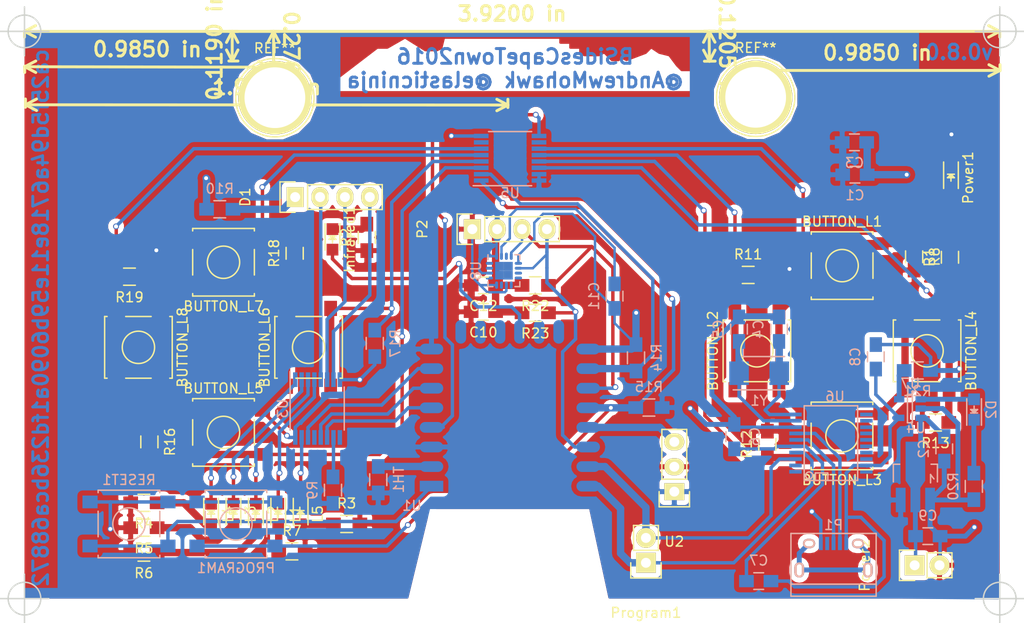
<source format=kicad_pcb>
(kicad_pcb (version 4) (host pcbnew 4.0.2+e4-6225~38~ubuntu15.10.1-stable)
  (layers (0 F.Cu signal) (31 B.Cu signal) (34 B.Paste user) (35 F.Paste user) (36 B.SilkS user) (37 F.SilkS user) (38 B.Mask user) (39 F.Mask user) (44 Edge.Cuts user))
  (net 0 "")
  (net 1 +3V3)
  (net 2 "Net-(L4-Pad1)")
  (net 3 "Net-(L5-Pad1)")
  (net 4 "Net-(L3-Pad1)")
  (net 5 "Net-(U1-Pad6)")
  (net 6 "Net-(L2-Pad1)")
  (net 7 "Net-(U3-Pad13)")
  (net 8 "Net-(L1-Pad1)")
  (net 9 "Net-(U1-Pad5)")
  (net 10 "Net-(D1-Pad2)")
  (net 11 "Net-(U1-Pad4)")
  (net 12 "Net-(D1-Pad3)")
  (net 13 "Net-(D1-Pad4)")
  (net 14 "Net-(U3-Pad9)")
  (net 15 GND)
  (net 16 "Net-(Infrared1-Pad2)")
  (net 17 "Net-(L2-Pad2)")
  (net 18 "Net-(L3-Pad2)")
  (net 19 "Net-(L4-Pad2)")
  (net 20 "Net-(Power1-Pad2)")
  (net 21 "Net-(L5-Pad2)")
  (net 22 "Net-(L1-Pad2)")
  (net 23 "Net-(RESET1-Pad2)")
  (net 24 "Net-(U1-Pad9)")
  (net 25 "Net-(U1-Pad10)")
  (net 26 "Net-(U1-Pad11)")
  (net 27 "Net-(U1-Pad13)")
  (net 28 "Net-(U1-Pad14)")
  (net 29 "Net-(U1-Pad7)")
  (net 30 "Net-(Infrared1-Pad1)")
  (net 31 "Net-(D1-Pad1)")
  (net 32 "Net-(R9-Pad1)")
  (net 33 "Net-(C2-Pad1)")
  (net 34 "Net-(P1-Pad2)")
  (net 35 "Net-(P1-Pad3)")
  (net 36 "Net-(P1-Pad4)")
  (net 37 "Net-(P1-Pad6)")
  (net 38 "Net-(BUTTON_L1-Pad1)")
  (net 39 "Net-(BUTTON_L2-Pad1)")
  (net 40 "Net-(BUTTON_L3-Pad1)")
  (net 41 "Net-(BUTTON_L4-Pad1)")
  (net 42 "Net-(BUTTON_L5-Pad2)")
  (net 43 "Net-(BUTTON_L6-Pad2)")
  (net 44 "Net-(BUTTON_L7-Pad2)")
  (net 45 "Net-(BUTTON_L8-Pad2)")
  (net 46 "Net-(P2-Pad4)")
  (net 47 "Net-(PROGRAM1-Pad1)")
  (net 48 "Net-(Program1-Pad1)")
  (net 49 "Net-(Program1-Pad2)")
  (net 50 "Net-(R14-Pad1)")
  (net 51 "Net-(TH1-Pad2)")
  (net 52 "Net-(U1-Pad19)")
  (net 53 "Net-(U5-Pad7)")
  (net 54 "Net-(U5-Pad10)")
  (net 55 "Net-(P2-Pad3)")
  (net 56 "Net-(C5-Pad2)")
  (net 57 "Net-(C6-Pad1)")
  (net 58 "Net-(C4-Pad2)")
  (net 59 "Net-(U6-Pad11)")
  (net 60 "Net-(U6-Pad12)")
  (net 61 "Net-(U6-Pad13)")
  (net 62 "Net-(U6-Pad14)")
  (net 63 "Net-(U6-Pad15)")
  (net 64 "Net-(U6-Pad16)")
  (net 65 "Net-(U6-Pad17)")
  (net 66 "Net-(U6-Pad20)")
  (net 67 "Net-(C7-Pad1)")
  (net 68 "Net-(D2-Pad2)")
  (net 69 "Net-(D2-Pad1)")
  (net 70 "Net-(R21-Pad1)")
  (net 71 "Net-(C11-Pad1)")
  (net 72 "Net-(U8-Pad7)")
  (net 73 "Net-(U8-Pad11)")
  (net 74 "Net-(U8-Pad9)")
  (module LEDs:LED_0805 (layer B.Cu) (at 144.7038 112.776 90)
    (fp_text reference D2 (at 0 1.75 90) (layer B.SilkS) (effects (justify mirror)))
    (fp_text value LED)
    (pad 2 smd rect (at 1.04902 0 270) (size 1.19888 1.19888) (layers B.Cu B.Paste B.Mask) (net 68 "Net-(D2-Pad2)"))
    (pad 1 smd rect (at -1.04902 0 270) (size 1.19888 1.19888) (layers B.Cu B.Paste B.Mask) (net 69 "Net-(D2-Pad1)"))
  )
  (module 1pin-7mm (layer F.Cu) (at 122.4026 80.899)
    (fp_text reference REF** (at 0 -5.048) (layer F.SilkS))
    (fp_text value 1pin)
    (pad 1 thru_hole circle (at 0 0) (size 7.5 7.5) (drill 6.2) (layers *.Cu *.Mask F.SilkS))
  )
  (module Buttons_Switches_SMD:SW_SPST_B3S-1000 (layer F.Cu) (at 131.2291 98.0821)
    (fp_text reference BUTTON_L1 (at 0 -4.5) (layer F.SilkS))
    (fp_text value SW_PUSH)
    (pad 1 smd rect (at -3.975 -2.25) (size 1.55 1.3) (layers F.Cu F.Paste F.Mask) (net 38 "Net-(BUTTON_L1-Pad1)"))
    (pad 1 smd rect (at 3.975 -2.25) (size 1.55 1.3) (layers F.Cu F.Paste F.Mask) (net 38 "Net-(BUTTON_L1-Pad1)"))
    (pad 2 smd rect (at -3.975 2.25) (size 1.55 1.3) (layers F.Cu F.Paste F.Mask) (net 1 +3V3))
    (pad 2 smd rect (at 3.975 2.25) (size 1.55 1.3) (layers F.Cu F.Paste F.Mask) (net 1 +3V3))
  )
  (module Buttons_Switches_SMD:SW_SPST_B3S-1000 (layer F.Cu) (at 122.5296 106.7816 90)
    (fp_text reference BUTTON_L2 (at 0 -4.5 90) (layer F.SilkS))
    (fp_text value SW_PUSH)
    (pad 1 smd rect (at -3.975 -2.25 90) (size 1.55 1.3) (layers F.Cu F.Paste F.Mask) (net 39 "Net-(BUTTON_L2-Pad1)"))
    (pad 1 smd rect (at 3.975 -2.25 90) (size 1.55 1.3) (layers F.Cu F.Paste F.Mask) (net 39 "Net-(BUTTON_L2-Pad1)"))
    (pad 2 smd rect (at -3.975 2.25 90) (size 1.55 1.3) (layers F.Cu F.Paste F.Mask) (net 1 +3V3))
    (pad 2 smd rect (at 3.975 2.25 90) (size 1.55 1.3) (layers F.Cu F.Paste F.Mask) (net 1 +3V3))
  )
  (module Buttons_Switches_SMD:SW_SPST_B3S-1000 (layer F.Cu) (at 131.2164 115.4684 180)
    (fp_text reference BUTTON_L3 (at 0 -4.5 180) (layer F.SilkS))
    (fp_text value SW_PUSH)
    (pad 1 smd rect (at -3.975 -2.25 180) (size 1.55 1.3) (layers F.Cu F.Paste F.Mask) (net 40 "Net-(BUTTON_L3-Pad1)"))
    (pad 1 smd rect (at 3.975 -2.25 180) (size 1.55 1.3) (layers F.Cu F.Paste F.Mask) (net 40 "Net-(BUTTON_L3-Pad1)"))
    (pad 2 smd rect (at -3.975 2.25 180) (size 1.55 1.3) (layers F.Cu F.Paste F.Mask) (net 1 +3V3))
    (pad 2 smd rect (at 3.975 2.25 180) (size 1.55 1.3) (layers F.Cu F.Paste F.Mask) (net 1 +3V3))
  )
  (module Buttons_Switches_SMD:SW_SPST_B3S-1000 (layer F.Cu) (at 139.9032 106.7816 270)
    (fp_text reference BUTTON_L4 (at 0 -4.5 270) (layer F.SilkS))
    (fp_text value SW_PUSH)
    (pad 1 smd rect (at -3.975 -2.25 270) (size 1.55 1.3) (layers F.Cu F.Paste F.Mask) (net 41 "Net-(BUTTON_L4-Pad1)"))
    (pad 1 smd rect (at 3.975 -2.25 270) (size 1.55 1.3) (layers F.Cu F.Paste F.Mask) (net 41 "Net-(BUTTON_L4-Pad1)"))
    (pad 2 smd rect (at -3.975 2.25 270) (size 1.55 1.3) (layers F.Cu F.Paste F.Mask) (net 1 +3V3))
    (pad 2 smd rect (at 3.975 2.25 270) (size 1.55 1.3) (layers F.Cu F.Paste F.Mask) (net 1 +3V3))
  )
  (module Buttons_Switches_SMD:SW_SPST_B3S-1000 (layer F.Cu) (at 68.072 115.1128)
    (fp_text reference BUTTON_L5 (at 0 -4.5) (layer F.SilkS))
    (fp_text value SW_PUSH)
    (pad 1 smd rect (at -3.975 -2.25) (size 1.55 1.3) (layers F.Cu F.Paste F.Mask) (net 1 +3V3))
    (pad 1 smd rect (at 3.975 -2.25) (size 1.55 1.3) (layers F.Cu F.Paste F.Mask) (net 1 +3V3))
    (pad 2 smd rect (at -3.975 2.25) (size 1.55 1.3) (layers F.Cu F.Paste F.Mask) (net 42 "Net-(BUTTON_L5-Pad2)"))
    (pad 2 smd rect (at 3.975 2.25) (size 1.55 1.3) (layers F.Cu F.Paste F.Mask) (net 42 "Net-(BUTTON_L5-Pad2)"))
  )
  (module Buttons_Switches_SMD:SW_SPST_B3S-1000 (layer F.Cu) (at 76.7588 106.426 90)
    (fp_text reference BUTTON_L6 (at 0 -4.5 90) (layer F.SilkS))
    (fp_text value SW_PUSH)
    (pad 1 smd rect (at -3.975 -2.25 90) (size 1.55 1.3) (layers F.Cu F.Paste F.Mask) (net 1 +3V3))
    (pad 1 smd rect (at 3.975 -2.25 90) (size 1.55 1.3) (layers F.Cu F.Paste F.Mask) (net 1 +3V3))
    (pad 2 smd rect (at -3.975 2.25 90) (size 1.55 1.3) (layers F.Cu F.Paste F.Mask) (net 43 "Net-(BUTTON_L6-Pad2)"))
    (pad 2 smd rect (at 3.975 2.25 90) (size 1.55 1.3) (layers F.Cu F.Paste F.Mask) (net 43 "Net-(BUTTON_L6-Pad2)"))
  )
  (module Buttons_Switches_SMD:SW_SPST_B3S-1000 (layer F.Cu) (at 68.072 97.7392 180)
    (fp_text reference BUTTON_L7 (at 0 -4.5 180) (layer F.SilkS))
    (fp_text value SW_PUSH)
    (pad 1 smd rect (at -3.975 -2.25 180) (size 1.55 1.3) (layers F.Cu F.Paste F.Mask) (net 1 +3V3))
    (pad 1 smd rect (at 3.975 -2.25 180) (size 1.55 1.3) (layers F.Cu F.Paste F.Mask) (net 1 +3V3))
    (pad 2 smd rect (at -3.975 2.25 180) (size 1.55 1.3) (layers F.Cu F.Paste F.Mask) (net 44 "Net-(BUTTON_L7-Pad2)"))
    (pad 2 smd rect (at 3.975 2.25 180) (size 1.55 1.3) (layers F.Cu F.Paste F.Mask) (net 44 "Net-(BUTTON_L7-Pad2)"))
  )
  (module Buttons_Switches_SMD:SW_SPST_B3S-1000 (layer F.Cu) (at 59.3852 106.426 270)
    (fp_text reference BUTTON_L8 (at 0 -4.5 270) (layer F.SilkS))
    (fp_text value SW_PUSH)
    (pad 1 smd rect (at -3.975 -2.25 270) (size 1.55 1.3) (layers F.Cu F.Paste F.Mask) (net 1 +3V3))
    (pad 1 smd rect (at 3.975 -2.25 270) (size 1.55 1.3) (layers F.Cu F.Paste F.Mask) (net 1 +3V3))
    (pad 2 smd rect (at -3.975 2.25 270) (size 1.55 1.3) (layers F.Cu F.Paste F.Mask) (net 45 "Net-(BUTTON_L8-Pad2)"))
    (pad 2 smd rect (at 3.975 2.25 270) (size 1.55 1.3) (layers F.Cu F.Paste F.Mask) (net 45 "Net-(BUTTON_L8-Pad2)"))
  )
  (module Capacitors_SMD:C_0805_HandSoldering (layer B.Cu) (at 132.5372 88.7984)
    (fp_text reference C1 (at 0 2.1) (layer B.SilkS) (effects (justify mirror)))
    (fp_text value 10uF)
    (pad 1 smd rect (at -1.25 0) (size 1.5 1.25) (layers B.Cu B.Paste B.Mask) (net 1 +3V3))
    (pad 2 smd rect (at 1.25 0) (size 1.5 1.25) (layers B.Cu B.Paste B.Mask) (net 15 GND))
  )
  (module Capacitors_SMD:C_0805_HandSoldering (layer B.Cu) (at 141.6558 116.7892 270)
    (fp_text reference C2 (at 0 2.1 270) (layer B.SilkS) (effects (justify mirror)))
    (fp_text value 1uF)
    (pad 1 smd rect (at -1.25 0 270) (size 1.5 1.25) (layers B.Cu B.Paste B.Mask) (net 33 "Net-(C2-Pad1)"))
    (pad 2 smd rect (at 1.25 0 270) (size 1.5 1.25) (layers B.Cu B.Paste B.Mask) (net 15 GND))
  )
  (module Capacitors_SMD:C_0805_HandSoldering (layer B.Cu) (at 132.4864 85.4964)
    (fp_text reference C3 (at 0 2.1) (layer B.SilkS) (effects (justify mirror)))
    (fp_text value 1uF)
    (pad 1 smd rect (at -1.25 0) (size 1.5 1.25) (layers B.Cu B.Paste B.Mask) (net 1 +3V3))
    (pad 2 smd rect (at 1.25 0) (size 1.5 1.25) (layers B.Cu B.Paste B.Mask) (net 15 GND))
  )
  (module Pin_Headers:Pin_Header_Straight_1x04 (layer F.Cu) (at 75.3872 91.0844 90)
    (fp_text reference D1 (at 0 -5.1 90) (layer F.SilkS))
    (fp_text value Led_RGB_CA)
    (pad 1 thru_hole rect (at 0 0 90) (size 2.032 1.7272) (drill 1.016) (layers *.Cu *.Mask F.SilkS) (net 31 "Net-(D1-Pad1)"))
    (pad 2 thru_hole oval (at 0 2.54 90) (size 2.032 1.7272) (drill 1.016) (layers *.Cu *.Mask F.SilkS) (net 10 "Net-(D1-Pad2)"))
    (pad 3 thru_hole oval (at 0 5.08 90) (size 2.032 1.7272) (drill 1.016) (layers *.Cu *.Mask F.SilkS) (net 12 "Net-(D1-Pad3)"))
    (pad 4 thru_hole oval (at 0 7.62 90) (size 2.032 1.7272) (drill 1.016) (layers *.Cu *.Mask F.SilkS) (net 13 "Net-(D1-Pad4)"))
  )
  (module LEDs:LED_0805 (layer F.Cu) (at 79.1972 95.4024 270)
    (fp_text reference Infrared1 (at 0 -1.75 270) (layer F.SilkS))
    (fp_text value LEDs:LED-5MM)
    (pad 2 smd rect (at 1.04902 0 90) (size 1.19888 1.19888) (layers F.Cu F.Paste F.Mask) (net 16 "Net-(Infrared1-Pad2)"))
    (pad 1 smd rect (at -1.04902 0 90) (size 1.19888 1.19888) (layers F.Cu F.Paste F.Mask) (net 30 "Net-(Infrared1-Pad1)"))
  )
  (module LEDs:LED_0805 (layer F.Cu) (at 73.66 123.444 270)
    (fp_text reference L1 (at 0 -1.75 270) (layer F.SilkS))
    (fp_text value LEDs:LED-5MM)
    (pad 2 smd rect (at 1.04902 0 90) (size 1.19888 1.19888) (layers F.Cu F.Paste F.Mask) (net 22 "Net-(L1-Pad2)"))
    (pad 1 smd rect (at -1.04902 0 90) (size 1.19888 1.19888) (layers F.Cu F.Paste F.Mask) (net 8 "Net-(L1-Pad1)"))
  )
  (module LEDs:LED_0805 (layer F.Cu) (at 71.374 123.444 270)
    (fp_text reference L2 (at 0 -1.75 270) (layer F.SilkS))
    (fp_text value LED)
    (pad 2 smd rect (at 1.04902 0 90) (size 1.19888 1.19888) (layers F.Cu F.Paste F.Mask) (net 17 "Net-(L2-Pad2)"))
    (pad 1 smd rect (at -1.04902 0 90) (size 1.19888 1.19888) (layers F.Cu F.Paste F.Mask) (net 6 "Net-(L2-Pad1)"))
  )
  (module LEDs:LED_0805 (layer F.Cu) (at 69.088 123.444 270)
    (fp_text reference L3 (at 0 -1.75 270) (layer F.SilkS))
    (fp_text value LED)
    (pad 2 smd rect (at 1.04902 0 90) (size 1.19888 1.19888) (layers F.Cu F.Paste F.Mask) (net 18 "Net-(L3-Pad2)"))
    (pad 1 smd rect (at -1.04902 0 90) (size 1.19888 1.19888) (layers F.Cu F.Paste F.Mask) (net 4 "Net-(L3-Pad1)"))
  )
  (module LEDs:LED_0805 (layer F.Cu) (at 66.802 123.444 270)
    (fp_text reference L4 (at 0 -1.75 270) (layer F.SilkS))
    (fp_text value LED)
    (pad 2 smd rect (at 1.04902 0 90) (size 1.19888 1.19888) (layers F.Cu F.Paste F.Mask) (net 19 "Net-(L4-Pad2)"))
    (pad 1 smd rect (at -1.04902 0 90) (size 1.19888 1.19888) (layers F.Cu F.Paste F.Mask) (net 2 "Net-(L4-Pad1)"))
  )
  (module LEDs:LED_0805 (layer F.Cu) (at 75.946 123.444 270)
    (fp_text reference L5 (at 0 -1.75 270) (layer F.SilkS))
    (fp_text value LEDs:LED-5MM)
    (pad 2 smd rect (at 1.04902 0 90) (size 1.19888 1.19888) (layers F.Cu F.Paste F.Mask) (net 21 "Net-(L5-Pad2)"))
    (pad 1 smd rect (at -1.04902 0 90) (size 1.19888 1.19888) (layers F.Cu F.Paste F.Mask) (net 3 "Net-(L5-Pad1)"))
  )
  (module Connect:USB_Micro-B (layer B.Cu) (at 130.3528 128.016 180)
    (fp_text reference P1 (at 0 3.45 180) (layer B.SilkS) (effects (justify mirror)))
    (fp_text value USB_OTG)
    (pad 1 smd rect (at -1.3009 1.56254 90) (size 1.35 0.4) (layers B.Cu B.Paste B.Mask) (net 67 "Net-(C7-Pad1)"))
    (pad 2 smd rect (at -0.6509 1.56254 90) (size 1.35 0.4) (layers B.Cu B.Paste B.Mask) (net 34 "Net-(P1-Pad2)"))
    (pad 3 smd rect (at -0.0009 1.56254 90) (size 1.35 0.4) (layers B.Cu B.Paste B.Mask) (net 35 "Net-(P1-Pad3)"))
    (pad 4 smd rect (at 0.6491 1.56254 90) (size 1.35 0.4) (layers B.Cu B.Paste B.Mask) (net 36 "Net-(P1-Pad4)"))
    (pad 5 smd rect (at 1.2991 1.56254 90) (size 1.35 0.4) (layers B.Cu B.Paste B.Mask) (net 15 GND))
    (pad 6 thru_hole oval (at -2.5009 1.56254 90) (size 0.95 1.25) (drill oval 0.55 0.85) (layers *.Cu *.Mask B.SilkS) (net 37 "Net-(P1-Pad6)"))
    (pad 6 thru_hole oval (at 2.4991 1.56254 90) (size 0.95 1.25) (drill oval 0.55 0.85) (layers *.Cu *.Mask B.SilkS) (net 37 "Net-(P1-Pad6)"))
    (pad 6 thru_hole oval (at -3.5009 -1.13746 90) (size 1.55 1) (drill oval 1.15 0.5) (layers *.Cu *.Mask B.SilkS) (net 37 "Net-(P1-Pad6)"))
    (pad 6 thru_hole oval (at 3.4991 -1.13746 90) (size 1.55 1) (drill oval 1.15 0.5) (layers *.Cu *.Mask B.SilkS) (net 37 "Net-(P1-Pad6)"))
  )
  (module Pin_Headers:Pin_Header_Straight_1x04 (layer F.Cu) (at 93.472 94.361 90)
    (fp_text reference P2 (at 0 -5.1 90) (layer F.SilkS))
    (fp_text value CONN_01X04)
    (pad 1 thru_hole rect (at 0 0 90) (size 2.032 1.7272) (drill 1.016) (layers *.Cu *.Mask F.SilkS) (net 15 GND))
    (pad 2 thru_hole oval (at 0 2.54 90) (size 2.032 1.7272) (drill 1.016) (layers *.Cu *.Mask F.SilkS) (net 1 +3V3))
    (pad 3 thru_hole oval (at 0 5.08 90) (size 2.032 1.7272) (drill 1.016) (layers *.Cu *.Mask F.SilkS) (net 55 "Net-(P2-Pad3)"))
    (pad 4 thru_hole oval (at 0 7.62 90) (size 2.032 1.7272) (drill 1.016) (layers *.Cu *.Mask F.SilkS) (net 46 "Net-(P2-Pad4)"))
  )
  (module LEDs:LED_0805 (layer F.Cu) (at 142.3416 89.1032 270)
    (fp_text reference Power1 (at 0 -1.75 270) (layer F.SilkS))
    (fp_text value LED)
    (pad 2 smd rect (at 1.04902 0 90) (size 1.19888 1.19888) (layers F.Cu F.Paste F.Mask) (net 20 "Net-(Power1-Pad2)"))
    (pad 1 smd rect (at -1.04902 0 90) (size 1.19888 1.19888) (layers F.Cu F.Paste F.Mask) (net 1 +3V3))
  )
  (module Pin_Headers:Pin_Header_Straight_1x02 (layer F.Cu) (at 138.6332 128.6764 90)
    (fp_text reference Power2 (at 0 -5.1 90) (layer F.SilkS))
    (fp_text value CONN_01X02)
    (pad 1 thru_hole rect (at 0 0 90) (size 2.032 2.032) (drill 1.016) (layers *.Cu *.Mask F.SilkS) (net 33 "Net-(C2-Pad1)"))
    (pad 2 thru_hole oval (at 0 2.54 90) (size 2.032 2.032) (drill 1.016) (layers *.Cu *.Mask F.SilkS) (net 15 GND))
  )
  (module Pin_Headers:Pin_Header_Straight_1x02 (layer F.Cu) (at 111.2012 128.4224 180)
    (fp_text reference Program1 (at 0 -5.1 180) (layer F.SilkS))
    (fp_text value CONN_01X02)
    (pad 1 thru_hole rect (at 0 0 180) (size 2.032 2.032) (drill 1.016) (layers *.Cu *.Mask F.SilkS) (net 48 "Net-(Program1-Pad1)"))
    (pad 2 thru_hole oval (at 0 2.54 180) (size 2.032 2.032) (drill 1.016) (layers *.Cu *.Mask F.SilkS) (net 49 "Net-(Program1-Pad2)"))
  )
  (module Resistors_SMD:R_0805_HandSoldering (layer F.Cu) (at 142.24 97.2312 90)
    (fp_text reference R1 (at 0 -2.1 90) (layer F.SilkS))
    (fp_text value 100)
    (pad 1 smd rect (at -1.35 0 90) (size 1.5 1.3) (layers F.Cu F.Paste F.Mask) (net 15 GND))
    (pad 2 smd rect (at 1.35 0 90) (size 1.5 1.3) (layers F.Cu F.Paste F.Mask) (net 20 "Net-(Power1-Pad2)"))
  )
  (module Resistors_SMD:R_0805_HandSoldering (layer F.Cu) (at 82.7024 95.1992 90)
    (fp_text reference R2 (at 0 -2.1 90) (layer F.SilkS))
    (fp_text value 100)
    (pad 1 smd rect (at -1.35 0 90) (size 1.5 1.3) (layers F.Cu F.Paste F.Mask) (net 15 GND))
    (pad 2 smd rect (at 1.35 0 90) (size 1.5 1.3) (layers F.Cu F.Paste F.Mask) (net 30 "Net-(Infrared1-Pad1)"))
  )
  (module Resistors_SMD:R_0805_HandSoldering (layer F.Cu) (at 80.645 124.46)
    (fp_text reference R3 (at 0 -2.1) (layer F.SilkS))
    (fp_text value 100)
    (pad 1 smd rect (at -1.35 0) (size 1.5 1.3) (layers F.Cu F.Paste F.Mask) (net 21 "Net-(L5-Pad2)"))
    (pad 2 smd rect (at 1.35 0) (size 1.5 1.3) (layers F.Cu F.Paste F.Mask) (net 15 GND))
  )
  (module Resistors_SMD:R_0805_HandSoldering (layer F.Cu) (at 59.944 122.301 180)
    (fp_text reference R4 (at 0 -2.1 180) (layer F.SilkS))
    (fp_text value 100)
    (pad 1 smd rect (at -1.35 0 180) (size 1.5 1.3) (layers F.Cu F.Paste F.Mask) (net 19 "Net-(L4-Pad2)"))
    (pad 2 smd rect (at 1.35 0 180) (size 1.5 1.3) (layers F.Cu F.Paste F.Mask) (net 15 GND))
  )
  (module Resistors_SMD:R_0805_HandSoldering (layer F.Cu) (at 59.944 124.841 180)
    (fp_text reference R5 (at 0 -2.1 180) (layer F.SilkS))
    (fp_text value 100)
    (pad 1 smd rect (at -1.35 0 180) (size 1.5 1.3) (layers F.Cu F.Paste F.Mask) (net 18 "Net-(L3-Pad2)"))
    (pad 2 smd rect (at 1.35 0 180) (size 1.5 1.3) (layers F.Cu F.Paste F.Mask) (net 15 GND))
  )
  (module Resistors_SMD:R_0805_HandSoldering (layer F.Cu) (at 59.944 127.381 180)
    (fp_text reference R6 (at 0 -2.1 180) (layer F.SilkS))
    (fp_text value 100)
    (pad 1 smd rect (at -1.35 0 180) (size 1.5 1.3) (layers F.Cu F.Paste F.Mask) (net 17 "Net-(L2-Pad2)"))
    (pad 2 smd rect (at 1.35 0 180) (size 1.5 1.3) (layers F.Cu F.Paste F.Mask) (net 15 GND))
  )
  (module Resistors_SMD:R_0805_HandSoldering (layer F.Cu) (at 75.057 127.254)
    (fp_text reference R7 (at 0 -2.1) (layer F.SilkS))
    (fp_text value 100)
    (pad 1 smd rect (at -1.35 0) (size 1.5 1.3) (layers F.Cu F.Paste F.Mask) (net 22 "Net-(L1-Pad2)"))
    (pad 2 smd rect (at 1.35 0) (size 1.5 1.3) (layers F.Cu F.Paste F.Mask) (net 15 GND))
  )
  (module Resistors_SMD:R_0805_HandSoldering (layer F.Cu) (at 138.5824 97.1804 270)
    (fp_text reference R8 (at 0 -2.1 270) (layer F.SilkS))
    (fp_text value "100 Ohm")
    (pad 1 smd rect (at -1.35 0 270) (size 1.5 1.3) (layers F.Cu F.Paste F.Mask) (net 38 "Net-(BUTTON_L1-Pad1)"))
    (pad 2 smd rect (at 1.35 0 270) (size 1.5 1.3) (layers F.Cu F.Paste F.Mask) (net 15 GND))
  )
  (module Resistors_SMD:R_0805_HandSoldering (layer B.Cu) (at 79.248 121.0056 270)
    (fp_text reference R9 (at 0 2.1 270) (layer B.SilkS) (effects (justify mirror)))
    (fp_text value 100)
    (pad 1 smd rect (at -1.35 0 270) (size 1.5 1.3) (layers B.Cu B.Paste B.Mask) (net 32 "Net-(R9-Pad1)"))
    (pad 2 smd rect (at 1.35 0 270) (size 1.5 1.3) (layers B.Cu B.Paste B.Mask) (net 1 +3V3))
  )
  (module Resistors_SMD:R_0805_HandSoldering (layer B.Cu) (at 67.691 92.329 180)
    (fp_text reference R10 (at 0 2.1 180) (layer B.SilkS) (effects (justify mirror)))
    (fp_text value 100)
    (pad 1 smd rect (at -1.35 0 180) (size 1.5 1.3) (layers B.Cu B.Paste B.Mask) (net 31 "Net-(D1-Pad1)"))
    (pad 2 smd rect (at 1.35 0 180) (size 1.5 1.3) (layers B.Cu B.Paste B.Mask) (net 15 GND))
  )
  (module Resistors_SMD:R_0805_HandSoldering (layer F.Cu) (at 121.6406 99.0346)
    (fp_text reference R11 (at 0 -2.1) (layer F.SilkS))
    (fp_text value "100 Ohm")
    (pad 1 smd rect (at -1.35 0) (size 1.5 1.3) (layers F.Cu F.Paste F.Mask) (net 39 "Net-(BUTTON_L2-Pad1)"))
    (pad 2 smd rect (at 1.35 0) (size 1.5 1.3) (layers F.Cu F.Paste F.Mask) (net 15 GND))
  )
  (module Resistors_SMD:R_0805_HandSoldering (layer F.Cu) (at 123.5964 116.332 90)
    (fp_text reference R12 (at 0 -2.1 90) (layer F.SilkS))
    (fp_text value "100 Ohm")
    (pad 1 smd rect (at -1.35 0 90) (size 1.5 1.3) (layers F.Cu F.Paste F.Mask) (net 40 "Net-(BUTTON_L3-Pad1)"))
    (pad 2 smd rect (at 1.35 0 90) (size 1.5 1.3) (layers F.Cu F.Paste F.Mask) (net 15 GND))
  )
  (module Resistors_SMD:R_0805_HandSoldering (layer F.Cu) (at 140.7668 114.0968 180)
    (fp_text reference R13 (at 0 -2.1 180) (layer F.SilkS))
    (fp_text value "100 Ohm")
    (pad 1 smd rect (at -1.35 0 180) (size 1.5 1.3) (layers F.Cu F.Paste F.Mask) (net 41 "Net-(BUTTON_L4-Pad1)"))
    (pad 2 smd rect (at 1.35 0 180) (size 1.5 1.3) (layers F.Cu F.Paste F.Mask) (net 15 GND))
  )
  (module Resistors_SMD:R_0805_HandSoldering (layer B.Cu) (at 110.1852 107.4928 90)
    (fp_text reference R14 (at 0 2.1 90) (layer B.SilkS) (effects (justify mirror)))
    (fp_text value "10k Ohm")
    (pad 1 smd rect (at -1.35 0 90) (size 1.5 1.3) (layers B.Cu B.Paste B.Mask) (net 50 "Net-(R14-Pad1)"))
    (pad 2 smd rect (at 1.35 0 90) (size 1.5 1.3) (layers B.Cu B.Paste B.Mask) (net 15 GND))
  )
  (module Resistors_SMD:R_0805_HandSoldering (layer B.Cu) (at 111.506 112.5728 180)
    (fp_text reference R15 (at 0 2.1 180) (layer B.SilkS) (effects (justify mirror)))
    (fp_text value "10k Ohm")
    (pad 1 smd rect (at -1.35 0 180) (size 1.5 1.3) (layers B.Cu B.Paste B.Mask) (net 1 +3V3))
    (pad 2 smd rect (at 1.35 0 180) (size 1.5 1.3) (layers B.Cu B.Paste B.Mask) (net 47 "Net-(PROGRAM1-Pad1)"))
  )
  (module Resistors_SMD:R_0805_HandSoldering (layer F.Cu) (at 60.5028 116.078 270)
    (fp_text reference R16 (at 0 -2.1 270) (layer F.SilkS))
    (fp_text value "100 Ohm")
    (pad 1 smd rect (at -1.35 0 270) (size 1.5 1.3) (layers F.Cu F.Paste F.Mask) (net 15 GND))
    (pad 2 smd rect (at 1.35 0 270) (size 1.5 1.3) (layers F.Cu F.Paste F.Mask) (net 42 "Net-(BUTTON_L5-Pad2)"))
  )
  (module Resistors_SMD:R_0805_HandSoldering (layer B.Cu) (at 83.5152 106.0196 90)
    (fp_text reference R17 (at 0 2.1 90) (layer B.SilkS) (effects (justify mirror)))
    (fp_text value "100 Ohm")
    (pad 1 smd rect (at -1.35 0 90) (size 1.5 1.3) (layers B.Cu B.Paste B.Mask) (net 15 GND))
    (pad 2 smd rect (at 1.35 0 90) (size 1.5 1.3) (layers B.Cu B.Paste B.Mask) (net 43 "Net-(BUTTON_L6-Pad2)"))
  )
  (module Resistors_SMD:R_0805_HandSoldering (layer F.Cu) (at 75.3364 96.8248 90)
    (fp_text reference R18 (at 0 -2.1 90) (layer F.SilkS))
    (fp_text value "100 Ohm")
    (pad 1 smd rect (at -1.35 0 90) (size 1.5 1.3) (layers F.Cu F.Paste F.Mask) (net 15 GND))
    (pad 2 smd rect (at 1.35 0 90) (size 1.5 1.3) (layers F.Cu F.Paste F.Mask) (net 44 "Net-(BUTTON_L7-Pad2)"))
  )
  (module Resistors_SMD:R_0805_HandSoldering (layer F.Cu) (at 58.4708 99.2124 180)
    (fp_text reference R19 (at 0 -2.1 180) (layer F.SilkS))
    (fp_text value "100 Ohm")
    (pad 1 smd rect (at -1.35 0 180) (size 1.5 1.3) (layers F.Cu F.Paste F.Mask) (net 15 GND))
    (pad 2 smd rect (at 1.35 0 180) (size 1.5 1.3) (layers F.Cu F.Paste F.Mask) (net 45 "Net-(BUTTON_L8-Pad2)"))
  )
  (module Resistors_SMD:R_0805_HandSoldering (layer B.Cu) (at 83.8708 119.9388 90)
    (fp_text reference TH1 (at 0 2.1 90) (layer B.SilkS) (effects (justify mirror)))
    (fp_text value "100 Ohm THERMISTOR")
    (pad 1 smd rect (at -1.35 0 90) (size 1.5 1.3) (layers B.Cu B.Paste B.Mask) (net 1 +3V3))
    (pad 2 smd rect (at 1.35 0 90) (size 1.5 1.3) (layers B.Cu B.Paste B.Mask) (net 51 "Net-(TH1-Pad2)"))
  )
  (module ESP8266:ESP-12E (layer B.Cu) (at 89.3064 120.5992)
    (fp_text reference U1 (at -2 2) (layer B.SilkS) (effects (justify mirror)))
    (fp_text value ESP-12E)
    (pad 9 smd oval (at 2.99 -15.75 270) (size 2.4 1.1) (layers B.Cu B.Paste B.Mask) (net 24 "Net-(U1-Pad9)"))
    (pad 10 smd oval (at 4.99 -15.75 270) (size 2.4 1.1) (layers B.Cu B.Paste B.Mask) (net 25 "Net-(U1-Pad10)"))
    (pad 11 smd oval (at 6.99 -15.75 270) (size 2.4 1.1) (layers B.Cu B.Paste B.Mask) (net 26 "Net-(U1-Pad11)"))
    (pad 12 smd oval (at 8.99 -15.75 270) (size 2.4 1.1) (layers B.Cu B.Paste B.Mask) (net 16 "Net-(Infrared1-Pad2)"))
    (pad 13 smd oval (at 10.99 -15.75 270) (size 2.4 1.1) (layers B.Cu B.Paste B.Mask) (net 27 "Net-(U1-Pad13)"))
    (pad 14 smd oval (at 12.99 -15.75 270) (size 2.4 1.1) (layers B.Cu B.Paste B.Mask) (net 28 "Net-(U1-Pad14)"))
    (pad 1 smd rect (at 0 0) (size 2.4 1.1) (layers B.Cu B.Paste B.Mask) (net 23 "Net-(RESET1-Pad2)"))
    (pad 2 smd oval (at 0 -2) (size 2.4 1.1) (layers B.Cu B.Paste B.Mask) (net 51 "Net-(TH1-Pad2)"))
    (pad 3 smd oval (at 0 -4) (size 2.4 1.1) (layers B.Cu B.Paste B.Mask) (net 1 +3V3))
    (pad 4 smd oval (at 0 -6) (size 2.4 1.1) (layers B.Cu B.Paste B.Mask) (net 11 "Net-(U1-Pad4)"))
    (pad 5 smd oval (at 0 -8) (size 2.4 1.1) (layers B.Cu B.Paste B.Mask) (net 9 "Net-(U1-Pad5)"))
    (pad 6 smd oval (at 0 -10) (size 2.4 1.1) (layers B.Cu B.Paste B.Mask) (net 5 "Net-(U1-Pad6)"))
    (pad 7 smd oval (at 0 -12) (size 2.4 1.1) (layers B.Cu B.Paste B.Mask) (net 29 "Net-(U1-Pad7)"))
    (pad 8 smd oval (at 0 -14) (size 2.4 1.1) (layers B.Cu B.Paste B.Mask) (net 1 +3V3))
    (pad 15 smd oval (at 16 -14) (size 2.4 1.1) (layers B.Cu B.Paste B.Mask) (net 15 GND))
    (pad 16 smd oval (at 16 -12) (size 2.4 1.1) (layers B.Cu B.Paste B.Mask) (net 50 "Net-(R14-Pad1)"))
    (pad 17 smd oval (at 16 -10) (size 2.4 1.1) (layers B.Cu B.Paste B.Mask) (net 55 "Net-(P2-Pad3)"))
    (pad 18 smd oval (at 16 -8) (size 2.4 1.1) (layers B.Cu B.Paste B.Mask) (net 47 "Net-(PROGRAM1-Pad1)"))
    (pad 19 smd oval (at 16 -6) (size 2.4 1.1) (layers B.Cu B.Paste B.Mask) (net 52 "Net-(U1-Pad19)"))
    (pad 20 smd oval (at 16 -4) (size 2.4 1.1) (layers B.Cu B.Paste B.Mask) (net 46 "Net-(P2-Pad4)"))
    (pad 21 smd oval (at 16 -2) (size 2.4 1.1) (layers B.Cu B.Paste B.Mask) (net 49 "Net-(Program1-Pad2)"))
    (pad 22 smd oval (at 16 0) (size 2.4 1.1) (layers B.Cu B.Paste B.Mask) (net 48 "Net-(Program1-Pad1)"))
  )
  (module custom-footprints:IR_Receiver (layer F.Cu) (at 114.0968 121.158 180)
    (fp_text reference U2 (at 0 -5.1 180) (layer F.SilkS))
    (fp_text value TSOP38238)
    (pad 2 thru_hole rect (at 0 0 180) (size 2.032 1.7272) (drill 1.016) (layers *.Cu *.Mask F.SilkS) (net 1 +3V3))
    (pad 1 thru_hole oval (at 0 2.54 180) (size 2.032 1.7272) (drill 1.016) (layers *.Cu *.Mask F.SilkS) (net 15 GND))
    (pad 3 thru_hole oval (at 0 5.08 180) (size 2.032 1.7272) (drill 1.016) (layers *.Cu *.Mask F.SilkS) (net 52 "Net-(U1-Pad19)"))
  )
  (module custom-footprints:MC78L05ACH-SOT89-3_Housing_Handsoldering (layer B.Cu) (at 138.7094 119.6594 180)
    (fp_text reference U4 (at -0.0508 5.00126 180) (layer B.SilkS) (effects (justify mirror)))
    (fp_text value MC78L05ACH)
    (pad 2 smd rect (at -1.50114 -2.35204 180) (size 1.00076 2.5019) (layers B.Cu B.Paste B.Mask) (net 15 GND))
    (pad 3 smd rect (at 0 -2.35204 180) (size 1.00076 2.5019) (layers B.Cu B.Paste B.Mask) (net 33 "Net-(C2-Pad1)"))
    (pad 1 smd rect (at 1.50114 -2.35204 180) (size 1.00076 2.5019) (layers B.Cu B.Paste B.Mask) (net 1 +3V3))
    (pad 3 smd rect (at 0 1.6002 180) (size 1.99898 4.0005) (layers B.Cu B.Paste B.Mask) (net 33 "Net-(C2-Pad1)"))
    (pad 3 smd trapezoid (at 0 -0.7493) (size 1.50114 0.7493) (rect_delta 0 -0.50038) (layers B.Cu B.Paste B.Mask) (net 33 "Net-(C2-Pad1)"))
  )
  (module Housings_SSOP:TSSOP-16_4.4x5mm_Pitch0.65mm (layer B.Cu) (at 77.6732 112.6744 270)
    (fp_text reference U3 (at 0 3.55 270) (layer B.SilkS) (effects (justify mirror)))
    (fp_text value 74HC595)
    (pad 1 smd rect (at -2.95 2.275 270) (size 1.5 0.45) (layers B.Cu B.Paste B.Mask) (net 2 "Net-(L4-Pad1)"))
    (pad 2 smd rect (at -2.95 1.625 270) (size 1.5 0.45) (layers B.Cu B.Paste B.Mask) (net 4 "Net-(L3-Pad1)"))
    (pad 3 smd rect (at -2.95 0.975 270) (size 1.5 0.45) (layers B.Cu B.Paste B.Mask) (net 6 "Net-(L2-Pad1)"))
    (pad 4 smd rect (at -2.95 0.325 270) (size 1.5 0.45) (layers B.Cu B.Paste B.Mask) (net 8 "Net-(L1-Pad1)"))
    (pad 5 smd rect (at -2.95 -0.325 270) (size 1.5 0.45) (layers B.Cu B.Paste B.Mask) (net 10 "Net-(D1-Pad2)"))
    (pad 6 smd rect (at -2.95 -0.975 270) (size 1.5 0.45) (layers B.Cu B.Paste B.Mask) (net 12 "Net-(D1-Pad3)"))
    (pad 7 smd rect (at -2.95 -1.625 270) (size 1.5 0.45) (layers B.Cu B.Paste B.Mask) (net 13 "Net-(D1-Pad4)"))
    (pad 8 smd rect (at -2.95 -2.275 270) (size 1.5 0.45) (layers B.Cu B.Paste B.Mask) (net 15 GND))
    (pad 9 smd rect (at 2.95 -2.275 270) (size 1.5 0.45) (layers B.Cu B.Paste B.Mask) (net 14 "Net-(U3-Pad9)"))
    (pad 10 smd rect (at 2.95 -1.625 270) (size 1.5 0.45) (layers B.Cu B.Paste B.Mask) (net 32 "Net-(R9-Pad1)"))
    (pad 11 smd rect (at 2.95 -0.975 270) (size 1.5 0.45) (layers B.Cu B.Paste B.Mask) (net 9 "Net-(U1-Pad5)"))
    (pad 12 smd rect (at 2.95 -0.325 270) (size 1.5 0.45) (layers B.Cu B.Paste B.Mask) (net 5 "Net-(U1-Pad6)"))
    (pad 13 smd rect (at 2.95 0.325 270) (size 1.5 0.45) (layers B.Cu B.Paste B.Mask) (net 7 "Net-(U3-Pad13)"))
    (pad 14 smd rect (at 2.95 0.975 270) (size 1.5 0.45) (layers B.Cu B.Paste B.Mask) (net 29 "Net-(U1-Pad7)"))
    (pad 15 smd rect (at 2.95 1.625 270) (size 1.5 0.45) (layers B.Cu B.Paste B.Mask) (net 3 "Net-(L5-Pad1)"))
    (pad 16 smd rect (at 2.95 2.275 270) (size 1.5 0.45) (layers B.Cu B.Paste B.Mask) (net 1 +3V3))
  )
  (module Housings_SSOP:TSSOP-16_4.4x5mm_Pitch0.65mm (layer B.Cu) (at 97.3328 87.122)
    (fp_text reference U5 (at 0 3.55) (layer B.SilkS) (effects (justify mirror)))
    (fp_text value 74LS165)
    (pad 1 smd rect (at -2.95 2.275) (size 1.5 0.45) (layers B.Cu B.Paste B.Mask) (net 47 "Net-(PROGRAM1-Pad1)"))
    (pad 2 smd rect (at -2.95 1.625) (size 1.5 0.45) (layers B.Cu B.Paste B.Mask) (net 50 "Net-(R14-Pad1)"))
    (pad 3 smd rect (at -2.95 0.975) (size 1.5 0.45) (layers B.Cu B.Paste B.Mask) (net 42 "Net-(BUTTON_L5-Pad2)"))
    (pad 4 smd rect (at -2.95 0.325) (size 1.5 0.45) (layers B.Cu B.Paste B.Mask) (net 43 "Net-(BUTTON_L6-Pad2)"))
    (pad 5 smd rect (at -2.95 -0.325) (size 1.5 0.45) (layers B.Cu B.Paste B.Mask) (net 44 "Net-(BUTTON_L7-Pad2)"))
    (pad 6 smd rect (at -2.95 -0.975) (size 1.5 0.45) (layers B.Cu B.Paste B.Mask) (net 45 "Net-(BUTTON_L8-Pad2)"))
    (pad 7 smd rect (at -2.95 -1.625) (size 1.5 0.45) (layers B.Cu B.Paste B.Mask) (net 53 "Net-(U5-Pad7)"))
    (pad 8 smd rect (at -2.95 -2.275) (size 1.5 0.45) (layers B.Cu B.Paste B.Mask) (net 15 GND))
    (pad 9 smd rect (at 2.95 -2.275) (size 1.5 0.45) (layers B.Cu B.Paste B.Mask) (net 11 "Net-(U1-Pad4)"))
    (pad 10 smd rect (at 2.95 -1.625) (size 1.5 0.45) (layers B.Cu B.Paste B.Mask) (net 54 "Net-(U5-Pad10)"))
    (pad 11 smd rect (at 2.95 -0.975) (size 1.5 0.45) (layers B.Cu B.Paste B.Mask) (net 38 "Net-(BUTTON_L1-Pad1)"))
    (pad 12 smd rect (at 2.95 -0.325) (size 1.5 0.45) (layers B.Cu B.Paste B.Mask) (net 39 "Net-(BUTTON_L2-Pad1)"))
    (pad 13 smd rect (at 2.95 0.325) (size 1.5 0.45) (layers B.Cu B.Paste B.Mask) (net 40 "Net-(BUTTON_L3-Pad1)"))
    (pad 14 smd rect (at 2.95 0.975) (size 1.5 0.45) (layers B.Cu B.Paste B.Mask) (net 41 "Net-(BUTTON_L4-Pad1)"))
    (pad 15 smd rect (at 2.95 1.625) (size 1.5 0.45) (layers B.Cu B.Paste B.Mask) (net 1 +3V3))
    (pad 16 smd rect (at 2.95 2.275) (size 1.5 0.45) (layers B.Cu B.Paste B.Mask) (net 1 +3V3))
  )
  (module Buttons_Switches_SMD:SW_SPST_B3S-1000 (layer B.Cu) (at 69.342 124.46)
    (fp_text reference PROGRAM1 (at 0 4.5) (layer B.SilkS) (effects (justify mirror)))
    (fp_text value SW_PUSH)
    (pad 1 smd rect (at -3.975 2.25) (size 1.55 1.3) (layers B.Cu B.Paste B.Mask) (net 47 "Net-(PROGRAM1-Pad1)"))
    (pad 1 smd rect (at 3.975 2.25) (size 1.55 1.3) (layers B.Cu B.Paste B.Mask) (net 47 "Net-(PROGRAM1-Pad1)"))
    (pad 2 smd rect (at -3.975 -2.25) (size 1.55 1.3) (layers B.Cu B.Paste B.Mask) (net 15 GND))
    (pad 2 smd rect (at 3.975 -2.25) (size 1.55 1.3) (layers B.Cu B.Paste B.Mask) (net 15 GND))
  )
  (module Buttons_Switches_SMD:SW_SPST_B3S-1000 (layer B.Cu) (at 58.42 124.46 180)
    (fp_text reference RESET1 (at 0 4.5 180) (layer B.SilkS) (effects (justify mirror)))
    (fp_text value SW_PUSH)
    (pad 1 smd rect (at -3.975 2.25 180) (size 1.55 1.3) (layers B.Cu B.Paste B.Mask) (net 15 GND))
    (pad 1 smd rect (at 3.975 2.25 180) (size 1.55 1.3) (layers B.Cu B.Paste B.Mask) (net 15 GND))
    (pad 2 smd rect (at -3.975 -2.25 180) (size 1.55 1.3) (layers B.Cu B.Paste B.Mask) (net 23 "Net-(RESET1-Pad2)"))
    (pad 2 smd rect (at 3.975 -2.25 180) (size 1.55 1.3) (layers B.Cu B.Paste B.Mask) (net 23 "Net-(RESET1-Pad2)"))
  )
  (module Capacitors_SMD:C_0805_HandSoldering (layer B.Cu) (at 120.7008 104.5718 270)
    (fp_text reference C5 (at 0 2.1 270) (layer B.SilkS) (effects (justify mirror)))
    (fp_text value 22pF)
    (pad 1 smd rect (at -1.25 0 270) (size 1.5 1.25) (layers B.Cu B.Paste B.Mask) (net 15 GND))
    (pad 2 smd rect (at 1.25 0 270) (size 1.5 1.25) (layers B.Cu B.Paste B.Mask) (net 56 "Net-(C5-Pad2)"))
  )
  (module Capacitors_SMD:C_0805_HandSoldering (layer B.Cu) (at 120.2182 115.5446 90)
    (fp_text reference C6 (at 0 2.1 90) (layer B.SilkS) (effects (justify mirror)))
    (fp_text value "0.1 uF")
    (pad 1 smd rect (at -1.25 0 90) (size 1.5 1.25) (layers B.Cu B.Paste B.Mask) (net 57 "Net-(C6-Pad1)"))
    (pad 2 smd rect (at 1.25 0 90) (size 1.5 1.25) (layers B.Cu B.Paste B.Mask) (net 15 GND))
  )
  (module Capacitors_SMD:C_0805_HandSoldering (layer B.Cu) (at 122.71248 130.29184 180)
    (fp_text reference C7 (at 0 2.1 180) (layer B.SilkS) (effects (justify mirror)))
    (fp_text value "1 uF")
    (pad 1 smd rect (at -1.25 0 180) (size 1.5 1.25) (layers B.Cu B.Paste B.Mask) (net 67 "Net-(C7-Pad1)"))
    (pad 2 smd rect (at 1.25 0 180) (size 1.5 1.25) (layers B.Cu B.Paste B.Mask) (net 57 "Net-(C6-Pad1)"))
  )
  (module OLIMEX_IC-FP:SSOP-20W (layer B.Cu) (at 129.1336 116.205 90)
    (fp_text reference U6 (at 4.7498 1.3716 360) (layer B.SilkS) (effects (justify mirror)))
    (fp_text value CH340H/T)
    (pad 1 smd rect (at -2.921 -2.667 90) (size 0.381 1.27) (layers B.Cu B.Paste B.Mask) (clearance 0.0508))
    (pad 2 smd rect (at -2.286 -2.667 90) (size 0.381 1.27) (layers B.Cu B.Paste B.Mask) (clearance 0.0508))
    (pad 3 smd rect (at -1.6256 -2.667 90) (size 0.381 1.27) (layers B.Cu B.Paste B.Mask) (net 49 "Net-(Program1-Pad2)") (clearance 0.0508))
    (pad 4 smd rect (at -0.9652 -2.667 90) (size 0.381 1.27) (layers B.Cu B.Paste B.Mask) (net 48 "Net-(Program1-Pad1)") (clearance 0.0508))
    (pad 5 smd rect (at -0.3302 -2.667 90) (size 0.381 1.27) (layers B.Cu B.Paste B.Mask) (net 57 "Net-(C6-Pad1)") (clearance 0.0508))
    (pad 6 smd rect (at 0.3302 -2.667 90) (size 0.381 1.27) (layers B.Cu B.Paste B.Mask) (net 35 "Net-(P1-Pad3)") (clearance 0.0508))
    (pad 7 smd rect (at 0.9906 -2.667 90) (size 0.381 1.27) (layers B.Cu B.Paste B.Mask) (net 34 "Net-(P1-Pad2)") (clearance 0.0508))
    (pad 8 smd rect (at 1.6256 -2.667 90) (size 0.381 1.27) (layers B.Cu B.Paste B.Mask) (net 15 GND) (clearance 0.0508))
    (pad 9 smd rect (at 2.286 -2.667 90) (size 0.381 1.27) (layers B.Cu B.Paste B.Mask) (net 56 "Net-(C5-Pad2)") (clearance 0.0508))
    (pad 10 smd rect (at 2.921 -2.667 90) (size 0.381 1.27) (layers B.Cu B.Paste B.Mask) (net 58 "Net-(C4-Pad2)") (clearance 0.0508))
    (pad 11 smd rect (at 2.921 4.572 90) (size 0.381 1.27) (layers B.Cu B.Paste B.Mask) (net 59 "Net-(U6-Pad11)") (clearance 0.0508))
    (pad 12 smd rect (at 2.286 4.572 90) (size 0.381 1.27) (layers B.Cu B.Paste B.Mask) (net 60 "Net-(U6-Pad12)") (clearance 0.0508))
    (pad 13 smd rect (at 1.6256 4.572 90) (size 0.381 1.27) (layers B.Cu B.Paste B.Mask) (net 61 "Net-(U6-Pad13)") (clearance 0.0508))
    (pad 14 smd rect (at 0.9906 4.572 90) (size 0.381 1.27) (layers B.Cu B.Paste B.Mask) (net 62 "Net-(U6-Pad14)") (clearance 0.0508))
    (pad 15 smd rect (at 0.3302 4.572 90) (size 0.381 1.27) (layers B.Cu B.Paste B.Mask) (net 63 "Net-(U6-Pad15)") (clearance 0.0508))
    (pad 16 smd rect (at -0.3302 4.572 90) (size 0.381 1.27) (layers B.Cu B.Paste B.Mask) (net 64 "Net-(U6-Pad16)") (clearance 0.0508))
    (pad 17 smd rect (at -0.9652 4.572 90) (size 0.381 1.27) (layers B.Cu B.Paste B.Mask) (net 65 "Net-(U6-Pad17)") (clearance 0.0508))
    (pad 18 smd rect (at -1.6256 4.572 90) (size 0.381 1.27) (layers B.Cu B.Paste B.Mask) (clearance 0.0508))
    (pad 19 smd rect (at -2.286 4.572 90) (size 0.381 1.27) (layers B.Cu B.Paste B.Mask) (net 67 "Net-(C7-Pad1)") (clearance 0.0508))
    (pad 20 smd rect (at -2.921 4.572 90) (size 0.381 1.27) (layers B.Cu B.Paste B.Mask) (net 66 "Net-(U6-Pad20)") (clearance 0.0508))
  )
  (module Crystals:Crystal_SMD_5032_2Pads (layer B.Cu) (at 122.7582 109.0676)
    (fp_text reference Y1 (at 0 2.8) (layer B.SilkS) (effects (justify mirror)))
    (fp_text value "12 MHz Crystal")
    (pad 1 smd rect (at -2.05 0) (size 2 2.4) (layers B.Cu B.Paste B.Mask) (net 56 "Net-(C5-Pad2)"))
    (pad 2 smd rect (at 2.05 0) (size 2 2.4) (layers B.Cu B.Paste B.Mask) (net 58 "Net-(C4-Pad2)"))
  )
  (module Capacitors_SMD:C_0805_HandSoldering (layer B.Cu) (at 124.7902 104.5718 270)
    (fp_text reference C4 (at 0 2.1 270) (layer B.SilkS) (effects (justify mirror)))
    (fp_text value "22 pF")
    (pad 1 smd rect (at -1.25 0 270) (size 1.5 1.25) (layers B.Cu B.Paste B.Mask) (net 15 GND))
    (pad 2 smd rect (at 1.25 0 270) (size 1.5 1.25) (layers B.Cu B.Paste B.Mask) (net 58 "Net-(C4-Pad2)"))
  )
  (module custom-footprints:1pin-6mm (layer F.Cu) (at 73.3171 80.9371)
    (fp_text reference REF** (at 0 -5.048) (layer F.SilkS))
    (fp_text value 1pin)
    (pad 1 thru_hole circle (at 0 0) (size 7.5 7.5) (drill 6.2) (layers *.Cu *.Mask F.SilkS))
  )
  (module Capacitors_SMD:C_0805_HandSoldering (layer B.Cu) (at 134.6708 107.3912 270)
    (fp_text reference C8 (at 0 2.1 270) (layer B.SilkS) (effects (justify mirror)))
    (fp_text value "4.7 uF")
    (pad 1 smd rect (at -1.25 0 270) (size 1.5 1.25) (layers B.Cu B.Paste B.Mask) (net 15 GND))
    (pad 2 smd rect (at 1.25 0 270) (size 1.5 1.25) (layers B.Cu B.Paste B.Mask) (net 67 "Net-(C7-Pad1)"))
  )
  (module Capacitors_SMD:C_0805_HandSoldering (layer B.Cu) (at 139.9794 125.7046 180)
    (fp_text reference C9 (at 0 2.1 180) (layer B.SilkS) (effects (justify mirror)))
    (fp_text value "4.7 uF")
    (pad 1 smd rect (at -1.25 0 180) (size 1.5 1.25) (layers B.Cu B.Paste B.Mask) (net 15 GND))
    (pad 2 smd rect (at 1.25 0 180) (size 1.5 1.25) (layers B.Cu B.Paste B.Mask) (net 33 "Net-(C2-Pad1)"))
  )
  (module Resistors_SMD:R_0805_HandSoldering (layer B.Cu) (at 144.6784 120.6246 270)
    (fp_text reference R20 (at 0 2.1 270) (layer B.SilkS) (effects (justify mirror)))
    (fp_text value "470 Ohm")
    (pad 1 smd rect (at -1.35 0 270) (size 1.5 1.3) (layers B.Cu B.Paste B.Mask) (net 69 "Net-(D2-Pad1)"))
    (pad 2 smd rect (at 1.35 0 270) (size 1.5 1.3) (layers B.Cu B.Paste B.Mask) (net 15 GND))
  )
  (module Resistors_SMD:R_0805_HandSoldering (layer B.Cu) (at 138.9126 108.7882)
    (fp_text reference R21 (at 0 2.1) (layer B.SilkS) (effects (justify mirror)))
    (fp_text value "4k Ohm")
    (pad 1 smd rect (at -1.35 0) (size 1.5 1.3) (layers B.Cu B.Paste B.Mask) (net 70 "Net-(R21-Pad1)"))
    (pad 2 smd rect (at 1.35 0) (size 1.5 1.3) (layers B.Cu B.Paste B.Mask) (net 15 GND))
  )
  (module TO_SOT_Packages_SMD:SOT-23-5 (layer B.Cu) (at 138.1506 112.6744 180)
    (fp_text reference U7 (at -0.05 2.55 180) (layer B.SilkS) (effects (justify mirror)))
    (fp_text value MCP73831)
    (pad 1 smd rect (at -1.1 0.95 180) (size 1.06 0.65) (layers B.Cu B.Paste B.Mask) (net 68 "Net-(D2-Pad2)"))
    (pad 2 smd rect (at -1.1 0 180) (size 1.06 0.65) (layers B.Cu B.Paste B.Mask) (net 15 GND))
    (pad 3 smd rect (at -1.1 -0.95 180) (size 1.06 0.65) (layers B.Cu B.Paste B.Mask) (net 33 "Net-(C2-Pad1)"))
    (pad 4 smd rect (at 1.1 -0.95 180) (size 1.06 0.65) (layers B.Cu B.Paste B.Mask) (net 67 "Net-(C7-Pad1)"))
    (pad 5 smd rect (at 1.1 0.95 180) (size 1.06 0.65) (layers B.Cu B.Paste B.Mask) (net 70 "Net-(R21-Pad1)"))
  )
  (module Capacitors_SMD:C_0805_HandSoldering (layer F.Cu) (at 94.6 102.8 180)
    (fp_text reference C10 (at 0 -2.1 180) (layer F.SilkS))
    (fp_text value 0.1uF)
    (pad 1 smd rect (at -1.25 0 180) (size 1.5 1.25) (layers F.Cu F.Paste F.Mask) (net 1 +3V3))
    (pad 2 smd rect (at 1.25 0 180) (size 1.5 1.25) (layers F.Cu F.Paste F.Mask) (net 15 GND))
  )
  (module Capacitors_SMD:C_0805_HandSoldering (layer B.Cu) (at 108 101.2 270)
    (fp_text reference C11 (at 0 2.1 270) (layer B.SilkS) (effects (justify mirror)))
    (fp_text value 0.1uF)
    (pad 1 smd rect (at -1.25 0 270) (size 1.5 1.25) (layers B.Cu B.Paste B.Mask) (net 71 "Net-(C11-Pad1)"))
    (pad 2 smd rect (at 1.25 0 270) (size 1.5 1.25) (layers B.Cu B.Paste B.Mask) (net 15 GND))
  )
  (module Capacitors_SMD:C_0805_HandSoldering (layer F.Cu) (at 94.6 100.1 180)
    (fp_text reference C12 (at 0 -2.1 180) (layer F.SilkS))
    (fp_text value 4.7uF)
    (pad 1 smd rect (at -1.25 0 180) (size 1.5 1.25) (layers F.Cu F.Paste F.Mask) (net 1 +3V3))
    (pad 2 smd rect (at 1.25 0 180) (size 1.5 1.25) (layers F.Cu F.Paste F.Mask) (net 15 GND))
  )
  (module Resistors_SMD:R_0805_HandSoldering (layer F.Cu) (at 99.9 100.1 180)
    (fp_text reference R22 (at 0 -2.1 180) (layer F.SilkS))
    (fp_text value 4.7kOhm)
    (pad 1 smd rect (at -1.35 0 180) (size 1.5 1.3) (layers F.Cu F.Paste F.Mask) (net 55 "Net-(P2-Pad3)"))
    (pad 2 smd rect (at 1.35 0 180) (size 1.5 1.3) (layers F.Cu F.Paste F.Mask) (net 1 +3V3))
  )
  (module Resistors_SMD:R_0805_HandSoldering (layer F.Cu) (at 99.9 102.9 180)
    (fp_text reference R23 (at 0 -2.1 180) (layer F.SilkS))
    (fp_text value 4.7kOhm)
    (pad 1 smd rect (at -1.35 0 180) (size 1.5 1.3) (layers F.Cu F.Paste F.Mask) (net 46 "Net-(P2-Pad4)"))
    (pad 2 smd rect (at 1.35 0 180) (size 1.5 1.3) (layers F.Cu F.Paste F.Mask) (net 1 +3V3))
  )
  (module Housings_DFN_QFN:QFN-16-1EP_3x3mm_Pitch0.5mm (layer B.Cu) (at 96.7 98.6 270)
    (fp_text reference U8 (at 0 2.85 270) (layer B.SilkS) (effects (justify mirror)))
    (fp_text value MMA8452QT)
    (pad 1 smd oval (at -1.475 0.75 270) (size 0.75 0.3) (layers B.Cu B.Paste B.Mask) (net 1 +3V3))
    (pad 2 smd oval (at -1.475 0.25 270) (size 0.75 0.3) (layers B.Cu B.Paste B.Mask) (net 71 "Net-(C11-Pad1)"))
    (pad 3 smd oval (at -1.475 -0.25 270) (size 0.75 0.3) (layers B.Cu B.Paste B.Mask))
    (pad 4 smd oval (at -1.475 -0.75 270) (size 0.75 0.3) (layers B.Cu B.Paste B.Mask) (net 55 "Net-(P2-Pad3)"))
    (pad 5 smd oval (at -0.75 -1.475 180) (size 0.75 0.3) (layers B.Cu B.Paste B.Mask) (net 15 GND))
    (pad 6 smd oval (at -0.25 -1.475 180) (size 0.75 0.3) (layers B.Cu B.Paste B.Mask) (net 46 "Net-(P2-Pad4)"))
    (pad 7 smd oval (at 0.25 -1.475 180) (size 0.75 0.3) (layers B.Cu B.Paste B.Mask) (net 72 "Net-(U8-Pad7)"))
    (pad 8 smd oval (at 0.75 -1.475 180) (size 0.75 0.3) (layers B.Cu B.Paste B.Mask))
    (pad 9 smd oval (at 1.475 -0.75 270) (size 0.75 0.3) (layers B.Cu B.Paste B.Mask) (net 74 "Net-(U8-Pad9)"))
    (pad 10 smd oval (at 1.475 -0.25 270) (size 0.75 0.3) (layers B.Cu B.Paste B.Mask) (net 15 GND))
    (pad 11 smd oval (at 1.475 0.25 270) (size 0.75 0.3) (layers B.Cu B.Paste B.Mask) (net 73 "Net-(U8-Pad11)"))
    (pad 12 smd oval (at 1.475 0.75 270) (size 0.75 0.3) (layers B.Cu B.Paste B.Mask) (net 15 GND))
    (pad 13 smd oval (at 0.75 1.475 180) (size 0.75 0.3) (layers B.Cu B.Paste B.Mask))
    (pad 14 smd oval (at 0.25 1.475 180) (size 0.75 0.3) (layers B.Cu B.Paste B.Mask) (net 1 +3V3))
    (pad 15 smd oval (at -0.25 1.475 180) (size 0.75 0.3) (layers B.Cu B.Paste B.Mask))
    (pad 16 smd oval (at -0.75 1.475 180) (size 0.75 0.3) (layers B.Cu B.Paste B.Mask))
    (pad 17 smd rect (at 0.45 -0.45 270) (size 0.9 0.9) (layers B.Cu B.Paste B.Mask))
    (pad 17 smd rect (at 0.45 0.45 270) (size 0.9 0.9) (layers B.Cu B.Paste B.Mask))
    (pad 17 smd rect (at -0.45 -0.45 270) (size 0.9 0.9) (layers B.Cu B.Paste B.Mask))
    (pad 17 smd rect (at -0.45 0.45 270) (size 0.9 0.9) (layers B.Cu B.Paste B.Mask))
  )
  (gr_text ca25f5d94a6718e11e59b6090a1fd236bca68872 (at 49.42078 103.43388 90) (layer B.Cu) (effects (font (size 1.5 1.5) (thickness 0.3)) (justify mirror)))
  (gr_text "v0.8.0\n" (at 143.17218 76.29652) (layer B.Cu) (effects (font (size 1.5 1.5) (thickness 0.3)) (justify mirror)))
  (dimension 3.0226 (width 0.3) (layer F.SilkS) (gr_text "3.023 mm" (at 70.311 75.6793 270) (layer F.SilkS) (effects (font (size 1.5 1.5) (thickness 0.3)))) (feature1 (pts (xy 68.6181 77.1906) (xy 71.661 77.1906))) (feature2 (pts (xy 68.6181 74.168) (xy 71.661 74.168))) (crossbar (pts (xy 68.961 74.168) (xy 68.961 77.1906))) (arrow1a (pts (xy 68.961 77.1906) (xy 68.374579 76.064096))) (arrow1b (pts (xy 68.961 77.1906) (xy 69.547421 76.064096))) (arrow2a (pts (xy 68.961 74.168) (xy 68.374579 75.294504))) (arrow2b (pts (xy 68.961 74.168) (xy 69.547421 75.294504))))
  (dimension 3.060805 (width 0.3) (layer F.SilkS) (gr_text "3.061 mm" (at 119.015839 75.670228 270.4754727) (layer F.SilkS) (effects (font (size 1.5 1.5) (thickness 0.3)))) (feature1 (pts (xy 117.1702 77.216) (xy 120.378493 77.189375))) (feature2 (pts (xy 117.1448 74.1553) (xy 120.353093 74.128675))) (crossbar (pts (xy 117.653186 74.151081) (xy 117.678586 77.211781))) (arrow1a (pts (xy 117.678586 77.211781) (xy 117.082837 76.090182))) (arrow1b (pts (xy 117.678586 77.211781) (xy 118.255638 76.08045))) (arrow2a (pts (xy 117.653186 74.151081) (xy 117.076134 75.282412))) (arrow2b (pts (xy 117.653186 74.151081) (xy 118.248935 75.27268))))
  (dimension 7.010446 (width 0.3) (layer F.SilkS) (gr_text "7.010 mm" (at 74.540086 77.667204 270.2075925) (layer F.SilkS) (effects (font (size 1.5 1.5) (thickness 0.3)))) (feature1 (pts (xy 72.898 81.1784) (xy 75.902777 81.167513))) (feature2 (pts (xy 72.8726 74.168) (xy 75.877377 74.157113))) (crossbar (pts (xy 73.177395 74.166896) (xy 73.202795 81.177296))) (arrow1a (pts (xy 73.202795 81.177296) (xy 72.612297 80.052924))) (arrow1b (pts (xy 73.202795 81.177296) (xy 73.78513 80.048675))) (arrow2a (pts (xy 73.177395 74.166896) (xy 72.59506 75.295517))) (arrow2b (pts (xy 73.177395 74.166896) (xy 73.767893 75.291268))))
  (dimension 25.019 (width 0.3) (layer F.SilkS) (gr_text "25.019 mm" (at 134.8486 76.073) (layer F.SilkS) (effects (font (size 1.5 1.5) (thickness 0.3)))) (feature1 (pts (xy 122.3264 78.1812) (xy 122.3264 75.4558))) (feature2 (pts (xy 147.3454 78.1812) (xy 147.3454 75.4558))) (crossbar (pts (xy 147.3454 78.1558) (xy 122.3264 78.1558))) (arrow1a (pts (xy 122.3264 78.1558) (xy 123.452904 77.569379))) (arrow1b (pts (xy 122.3264 78.1558) (xy 123.452904 78.742221))) (arrow2a (pts (xy 147.3454 78.1558) (xy 146.218896 77.569379))) (arrow2b (pts (xy 147.3454 78.1558) (xy 146.218896 78.742221))))
  (dimension 25.019052 (width 0.3) (layer F.SilkS) (gr_text "25.019 mm" (at 60.284056 79.150248 359.8836636) (layer F.SilkS) (effects (font (size 1.5 1.5) (thickness 0.3)))) (feature1 (pts (xy 72.7964 77.7748) (xy 72.790815 80.525645))) (feature2 (pts (xy 47.7774 77.724) (xy 47.771815 80.474845))) (crossbar (pts (xy 47.777297 77.774851) (xy 72.796297 77.825651))) (arrow1a (pts (xy 72.796297 77.825651) (xy 71.668605 78.409783))) (arrow1b (pts (xy 72.796297 77.825651) (xy 71.670986 77.236944))) (arrow2a (pts (xy 47.777297 77.774851) (xy 48.902608 78.363558))) (arrow2b (pts (xy 47.777297 77.774851) (xy 48.904989 77.190719))))
  (dimension 49.250607 (width 0.3) (layer F.SilkS) (gr_text "49.251 mm" (at 72.479727 80.323687 359.9704509) (layer F.SilkS) (effects (font (size 1.5 1.5) (thickness 0.3)))) (feature1 (pts (xy 97.1042 81.9404) (xy 97.105723 78.986387))) (feature2 (pts (xy 47.8536 81.915) (xy 47.855123 78.960987))) (crossbar (pts (xy 47.853731 81.660987) (xy 97.104331 81.686387))) (arrow1a (pts (xy 97.104331 81.686387) (xy 95.977525 82.272227))) (arrow1b (pts (xy 97.104331 81.686387) (xy 95.97813 81.099385))) (arrow2a (pts (xy 47.853731 81.660987) (xy 48.979932 82.247989))) (arrow2b (pts (xy 47.853731 81.660987) (xy 48.980537 81.075147))))
  (dimension 99.568 (width 0.3) (layer F.SilkS) (gr_text "99.568 mm" (at 97.536 75.518) (layer F.SilkS) (effects (font (size 1.5 1.5) (thickness 0.3)))) (feature1 (pts (xy 147.32 74.168) (xy 147.32 76.868))) (feature2 (pts (xy 47.752 74.168) (xy 47.752 76.868))) (crossbar (pts (xy 47.752 74.168) (xy 147.32 74.168))) (arrow1a (pts (xy 147.32 74.168) (xy 146.193496 74.754421))) (arrow1b (pts (xy 147.32 74.168) (xy 146.193496 73.581579))) (arrow2a (pts (xy 47.752 74.168) (xy 48.878504 74.754421))) (arrow2b (pts (xy 47.752 74.168) (xy 48.878504 73.581579))))
  (gr_text "BSidesCapeTown2016\n@AndrewMohawk @elasticninja" (at 97.8408 77.9526) (layer B.Cu) (effects (font (size 1.5 1.5) (thickness 0.3)) (justify mirror)))
  (target plus (at 47.752 74.168) (size 5) (width 0.15) (layer Edge.Cuts))
  (target plus (at 147.32 74.168) (size 5) (width 0.15) (layer Edge.Cuts))
  (target plus (at 147.32 132.08) (size 5) (width 0.15) (layer Edge.Cuts))
  (target plus (at 47.752 132.08) (size 5) (width 0.15) (layer Edge.Cuts))
  (segment (start 95.85 102.8) (end 98.45 102.8) (width 0.75) (layer F.Cu) (net 1))
  (segment (start 98.45 102.8) (end 98.55 102.9) (width 0.75) (layer F.Cu) (net 1))
  (segment (start 95.85 100.1) (end 98.55 100.1) (width 0.75) (layer F.Cu) (net 1))
  (segment (start 95.85 102.8) (end 95.85 100.1) (width 0.75) (layer F.Cu) (net 1))
  (segment (start 95.85 100.1) (end 95.85 94.523) (width 0.75) (layer F.Cu) (net 1))
  (segment (start 95.85 94.523) (end 96.012 94.361) (width 0.75) (layer F.Cu) (net 1))
  (segment (start 95.95 97.125) (end 94.475 97.125) (width 0.25) (layer B.Cu) (net 1))
  (segment (start 94.45 98.85) (end 94.2 98.6) (width 0.25) (layer B.Cu) (net 1))
  (segment (start 94.2 98.6) (end 94.2 97.4) (width 0.25) (layer B.Cu) (net 1))
  (segment (start 94.45 98.85) (end 95.225 98.85) (width 0.25) (layer B.Cu) (net 1))
  (segment (start 94.475 97.125) (end 94.2 97.4) (width 0.25) (layer B.Cu) (net 1))
  (segment (start 95.95 97.125) (end 95.95 94.423) (width 0.25) (layer B.Cu) (net 1))
  (segment (start 95.95 94.423) (end 96.012 94.361) (width 0.25) (layer B.Cu) (net 1))
  (segment (start 127.2541 100.3321) (end 127.2541 99.8221) (width 0.5) (layer F.Cu) (net 1))
  (segment (start 127.2541 99.8221) (end 125.857 98.425) (width 0.5) (layer F.Cu) (net 1))
  (via (at 125.857 98.425) (size 0.6) (drill 0.4) (layers F.Cu B.Cu) (net 1))
  (via (at 74.549 115.443) (size 0.6) (drill 0.4) (layers F.Cu B.Cu) (net 1))
  (segment (start 74.549 115.443) (end 72.047 112.941) (width 0.35) (layer F.Cu) (net 1))
  (segment (start 75.3982 115.6244) (end 74.7304 115.6244) (width 0.35) (layer B.Cu) (net 1))
  (segment (start 74.7304 115.6244) (end 74.549 115.443) (width 0.35) (layer B.Cu) (net 1))
  (segment (start 127.2541 100.3321) (end 135.2041 100.3321) (width 0.75) (layer F.Cu) (net 1))
  (segment (start 72.047 112.941) (end 72.047 112.8628) (width 0.35) (layer F.Cu) (net 1))
  (segment (start 74.5088 110.401) (end 74.5088 102.451) (width 0.75) (layer F.Cu) (net 1))
  (segment (start 74.5088 110.401) (end 72.047 112.8628) (width 0.75) (layer F.Cu) (net 1))
  (segment (start 75.3982 115.6244) (end 75.3982 114.5938) (width 0.35) (layer B.Cu) (net 1))
  (segment (start 87.8378 106.5992) (end 89.3064 106.5992) (width 0.35) (layer B.Cu) (net 1))
  (segment (start 83.312 111.125) (end 87.8378 106.5992) (width 0.35) (layer B.Cu) (net 1))
  (segment (start 78.867 111.125) (end 83.312 111.125) (width 0.35) (layer B.Cu) (net 1))
  (segment (start 75.3982 114.5938) (end 78.867 111.125) (width 0.35) (layer B.Cu) (net 1))
  (segment (start 64.097 99.9892) (end 64.097 99.403) (width 0.75) (layer F.Cu) (net 1))
  (segment (start 64.097 99.403) (end 61.214 96.52) (width 0.75) (layer F.Cu) (net 1))
  (via (at 61.214 96.52) (size 0.6) (drill 0.4) (layers F.Cu B.Cu) (net 1))
  (segment (start 96.012 93.6244) (end 96.012 95.25) (width 0.75) (layer B.Cu) (net 1))
  (segment (start 100.2828 88.747) (end 100.2828 89.397) (width 0.35) (layer B.Cu) (net 1))
  (segment (start 142.3416 88.05418) (end 142.3416 84.7344) (width 0.75) (layer F.Cu) (net 1))
  (segment (start 142.3924 84.6836) (end 142.3924 84.7344) (width 0.75) (layer B.Cu) (net 1))
  (via (at 142.3924 84.6836) (size 0.6) (drill 0.4) (layers F.Cu B.Cu) (net 1))
  (segment (start 142.3416 84.7344) (end 142.3924 84.6836) (width 0.75) (layer F.Cu) (net 1))
  (segment (start 131.2872 88.7984) (end 131.2872 85.5472) (width 0.75) (layer B.Cu) (net 1))
  (segment (start 131.2872 85.5472) (end 131.2364 85.4964) (width 0.75) (layer B.Cu) (net 1))
  (segment (start 61.6352 102.451) (end 61.6352 110.401) (width 0.75) (layer F.Cu) (net 1))
  (segment (start 64.097 99.9892) (end 61.6352 102.451) (width 0.75) (layer F.Cu) (net 1))
  (segment (start 72.047 99.9892) (end 64.097 99.9892) (width 0.75) (layer F.Cu) (net 1))
  (segment (start 74.5088 102.451) (end 72.047 99.9892) (width 0.75) (layer F.Cu) (net 1))
  (segment (start 64.097 112.8628) (end 72.047 112.8628) (width 0.75) (layer F.Cu) (net 1))
  (segment (start 61.6352 110.401) (end 64.097 112.8628) (width 0.75) (layer F.Cu) (net 1))
  (segment (start 137.6532 110.7566) (end 135.1914 113.2184) (width 0.75) (layer F.Cu) (net 1))
  (segment (start 137.6532 102.8066) (end 137.6532 110.7566) (width 0.75) (layer F.Cu) (net 1))
  (segment (start 135.2041 100.3321) (end 135.2041 100.3575) (width 0.75) (layer F.Cu) (net 1))
  (segment (start 135.2041 100.3575) (end 137.6532 102.8066) (width 0.75) (layer F.Cu) (net 1))
  (segment (start 127.2414 113.2184) (end 135.1914 113.2184) (width 0.75) (layer F.Cu) (net 1))
  (segment (start 124.7796 110.7566) (end 127.2414 113.2184) (width 0.75) (layer F.Cu) (net 1))
  (segment (start 124.7796 102.8066) (end 127.2541 100.3321) (width 0.75) (layer F.Cu) (net 1))
  (segment (start 124.7796 110.7566) (end 124.7796 102.8066) (width 0.75) (layer F.Cu) (net 1))
  (segment (start 75.3982 109.7244) (end 75.3982 110.1488) (width 0.35) (layer B.Cu) (net 2))
  (segment (start 75.3982 110.1488) (end 66.802 118.745) (width 0.35) (layer B.Cu) (net 2))
  (segment (start 66.802 118.745) (end 66.802 119.761) (width 0.35) (layer B.Cu) (net 2))
  (via (at 66.802 119.761) (size 0.6) (drill 0.4) (layers F.Cu B.Cu) (net 2))
  (segment (start 66.802 119.761) (end 66.802 122.39498) (width 0.35) (layer F.Cu) (net 2))
  (segment (start 76.0482 115.6244) (end 76.0482 119.1508) (width 0.35) (layer B.Cu) (net 3))
  (segment (start 75.946 119.253) (end 75.946 122.39498) (width 0.35) (layer F.Cu) (net 3))
  (via (at 75.946 119.253) (size 0.6) (drill 0.4) (layers F.Cu B.Cu) (net 3))
  (segment (start 76.0482 119.1508) (end 75.946 119.253) (width 0.35) (layer B.Cu) (net 3))
  (segment (start 76.0482 109.7244) (end 76.0482 110.8958) (width 0.35) (layer B.Cu) (net 4))
  (segment (start 69.088 119.634) (end 69.088 122.39498) (width 0.35) (layer F.Cu) (net 4))
  (via (at 69.088 119.634) (size 0.6) (drill 0.4) (layers F.Cu B.Cu) (net 4))
  (segment (start 69.088 117.856) (end 69.088 119.634) (width 0.35) (layer B.Cu) (net 4))
  (segment (start 76.0482 110.8958) (end 69.088 117.856) (width 0.35) (layer B.Cu) (net 4))
  (segment (start 77.9982 115.6244) (end 77.9982 114.3306) (width 0.35) (layer B.Cu) (net 5))
  (segment (start 87.47 110.5992) (end 89.3064 110.5992) (width 0.35) (layer B.Cu) (net 5))
  (segment (start 84.836 113.2332) (end 87.47 110.5992) (width 0.35) (layer B.Cu) (net 5))
  (segment (start 79.0956 113.2332) (end 84.836 113.2332) (width 0.35) (layer B.Cu) (net 5))
  (segment (start 77.9982 114.3306) (end 79.0956 113.2332) (width 0.35) (layer B.Cu) (net 5))
  (segment (start 76.6982 109.7244) (end 76.6982 111.2618) (width 0.35) (layer B.Cu) (net 6))
  (segment (start 71.374 119.38) (end 71.374 122.39498) (width 0.35) (layer F.Cu) (net 6))
  (via (at 71.374 119.38) (size 0.6) (drill 0.4) (layers F.Cu B.Cu) (net 6))
  (segment (start 71.374 116.586) (end 71.374 119.38) (width 0.35) (layer B.Cu) (net 6))
  (segment (start 76.6982 111.2618) (end 71.374 116.586) (width 0.35) (layer B.Cu) (net 6))
  (segment (start 77.3482 109.7244) (end 77.3482 111.5008) (width 0.35) (layer B.Cu) (net 8))
  (segment (start 73.66 119.38) (end 73.66 122.39498) (width 0.35) (layer F.Cu) (net 8))
  (segment (start 73.787 119.253) (end 73.66 119.38) (width 0.35) (layer F.Cu) (net 8))
  (via (at 73.787 119.253) (size 0.6) (drill 0.4) (layers F.Cu B.Cu) (net 8))
  (segment (start 73.787 115.062) (end 73.787 119.253) (width 0.35) (layer B.Cu) (net 8))
  (segment (start 77.3482 111.5008) (end 73.787 115.062) (width 0.35) (layer B.Cu) (net 8))
  (segment (start 78.6482 115.6244) (end 78.6482 114.5442) (width 0.35) (layer B.Cu) (net 9))
  (segment (start 86.9432 112.5992) (end 89.3064 112.5992) (width 0.35) (layer B.Cu) (net 9))
  (segment (start 85.598 113.9444) (end 86.9432 112.5992) (width 0.35) (layer B.Cu) (net 9))
  (segment (start 79.248 113.9444) (end 85.598 113.9444) (width 0.35) (layer B.Cu) (net 9))
  (segment (start 78.6482 114.5442) (end 79.248 113.9444) (width 0.35) (layer B.Cu) (net 9))
  (segment (start 77.9982 109.7244) (end 77.9982 91.1554) (width 0.35) (layer B.Cu) (net 10))
  (segment (start 77.9982 91.1554) (end 77.9272 91.0844) (width 0.35) (layer B.Cu) (net 10))
  (segment (start 89.3064 114.5992) (end 90.2518 114.5992) (width 0.35) (layer B.Cu) (net 11))
  (segment (start 90.2518 114.5992) (end 91.44 113.411) (width 0.35) (layer B.Cu) (net 11))
  (segment (start 100.2828 83.0108) (end 100.2828 84.847) (width 0.35) (layer B.Cu) (net 11))
  (segment (start 99.949 82.677) (end 100.2828 83.0108) (width 0.35) (layer B.Cu) (net 11))
  (via (at 99.949 82.677) (size 0.6) (drill 0.4) (layers F.Cu B.Cu) (net 11))
  (segment (start 91.313 82.677) (end 99.949 82.677) (width 0.35) (layer F.Cu) (net 11))
  (segment (start 89.408 84.582) (end 91.313 82.677) (width 0.35) (layer F.Cu) (net 11))
  (segment (start 89.408 92.202) (end 89.408 84.582) (width 0.35) (layer F.Cu) (net 11))
  (segment (start 90.678 93.472) (end 89.408 92.202) (width 0.35) (layer F.Cu) (net 11))
  (via (at 90.678 93.472) (size 0.6) (drill 0.4) (layers F.Cu B.Cu) (net 11))
  (segment (start 90.678 105.41) (end 90.678 93.472) (width 0.35) (layer B.Cu) (net 11))
  (segment (start 91.44 106.172) (end 90.678 105.41) (width 0.35) (layer B.Cu) (net 11))
  (segment (start 91.44 113.411) (end 91.44 106.172) (width 0.35) (layer B.Cu) (net 11))
  (segment (start 89.3064 114.5992) (end 90.5058 114.5992) (width 0.35) (layer B.Cu) (net 11))
  (segment (start 78.6482 109.7244) (end 78.6482 103.5714) (width 0.35) (layer B.Cu) (net 12))
  (segment (start 80.4672 101.7524) (end 80.4672 91.0844) (width 0.35) (layer B.Cu) (net 12))
  (segment (start 78.6482 103.5714) (end 80.4672 101.7524) (width 0.35) (layer B.Cu) (net 12))
  (segment (start 79.2982 109.7244) (end 79.2982 104.801) (width 0.35) (layer B.Cu) (net 13))
  (segment (start 83.0072 101.092) (end 83.0072 91.0844) (width 0.35) (layer B.Cu) (net 13))
  (segment (start 79.2982 104.801) (end 83.0072 101.092) (width 0.35) (layer B.Cu) (net 13))
  (segment (start 110.1852 106.1428) (end 110.1852 102.9148) (width 0.75) (layer B.Cu) (net 15))
  (via (at 110.2 102.9) (size 0.6) (drill 0.4) (layers F.Cu B.Cu) (net 15))
  (segment (start 110.1852 102.9148) (end 110.2 102.9) (width 0.75) (layer B.Cu) (net 15))
  (segment (start 93.35 102.8) (end 93.35 100.1) (width 0.75) (layer F.Cu) (net 15))
  (segment (start 93.35 100.1) (end 93.35 94.483) (width 0.75) (layer F.Cu) (net 15))
  (segment (start 93.35 94.483) (end 93.472 94.361) (width 0.75) (layer F.Cu) (net 15))
  (segment (start 98.175 97.85) (end 98.175 97.025) (width 0.25) (layer B.Cu) (net 15))
  (segment (start 106 100.45) (end 108 102.45) (width 0.25) (layer B.Cu) (net 15))
  (segment (start 106 95.1) (end 106 100.45) (width 0.25) (layer B.Cu) (net 15))
  (segment (start 103.7 92.8) (end 106 95.1) (width 0.25) (layer B.Cu) (net 15))
  (segment (start 100.7 92.8) (end 103.7 92.8) (width 0.25) (layer B.Cu) (net 15))
  (segment (start 99.8 93.7) (end 100.7 92.8) (width 0.25) (layer B.Cu) (net 15))
  (segment (start 99.8 95.4) (end 99.8 93.7) (width 0.25) (layer B.Cu) (net 15))
  (segment (start 98.175 97.025) (end 99.8 95.4) (width 0.25) (layer B.Cu) (net 15))
  (segment (start 108 102.45) (end 108 103.9576) (width 0.25) (layer B.Cu) (net 15))
  (segment (start 108 103.9576) (end 110.1852 106.1428) (width 0.25) (layer B.Cu) (net 15))
  (segment (start 96.95 100.075) (end 96.95 100.65) (width 0.25) (layer B.Cu) (net 15))
  (segment (start 95 100.8) (end 94.275 100.075) (width 0.25) (layer B.Cu) (net 15))
  (segment (start 96.8 100.8) (end 95 100.8) (width 0.25) (layer B.Cu) (net 15))
  (segment (start 96.95 100.65) (end 96.8 100.8) (width 0.25) (layer B.Cu) (net 15))
  (segment (start 95.95 100.075) (end 94.275 100.075) (width 0.25) (layer B.Cu) (net 15))
  (segment (start 93.472 99.272) (end 93.472 94.361) (width 0.25) (layer B.Cu) (net 15))
  (segment (start 94.275 100.075) (end 93.472 99.272) (width 0.25) (layer B.Cu) (net 15))
  (segment (start 134.6708 106.1412) (end 138.9834 106.1412) (width 0.35) (layer B.Cu) (net 15))
  (segment (start 140.2626 107.4204) (end 140.2626 108.7882) (width 0.35) (layer B.Cu) (net 15))
  (segment (start 138.9834 106.1412) (end 140.2626 107.4204) (width 0.35) (layer B.Cu) (net 15))
  (segment (start 120.2182 114.2946) (end 117.368 114.2946) (width 0.5) (layer B.Cu) (net 15))
  (via (at 115.7224 112.649) (size 0.6) (drill 0.4) (layers F.Cu B.Cu) (net 15))
  (segment (start 117.368 114.2946) (end 115.7224 112.649) (width 0.5) (layer B.Cu) (net 15))
  (segment (start 140.2626 108.7882) (end 143.0274 108.7882) (width 0.5) (layer B.Cu) (net 15))
  (via (at 143.2052 108.6104) (size 0.6) (drill 0.4) (layers F.Cu B.Cu) (net 15))
  (segment (start 143.0274 108.7882) (end 143.2052 108.6104) (width 0.5) (layer B.Cu) (net 15))
  (segment (start 120.2182 114.2946) (end 120.2182 113.538) (width 0.5) (layer B.Cu) (net 15))
  (segment (start 117.9322 106.0904) (end 120.7008 103.3218) (width 0.5) (layer B.Cu) (net 15))
  (segment (start 117.9322 111.252) (end 117.9322 106.0904) (width 0.5) (layer B.Cu) (net 15))
  (segment (start 120.2182 113.538) (end 117.9322 111.252) (width 0.5) (layer B.Cu) (net 15))
  (segment (start 141.2294 125.7046) (end 141.2294 128.6202) (width 0.35) (layer B.Cu) (net 15))
  (segment (start 141.2294 128.6202) (end 141.1732 128.6764) (width 0.35) (layer B.Cu) (net 15))
  (via (at 144.7292 124.7902) (size 0.6) (drill 0.4) (layers F.Cu B.Cu) (net 15))
  (segment (start 143.8148 125.7046) (end 144.7292 124.7902) (width 0.5) (layer B.Cu) (net 15))
  (segment (start 141.2294 125.7046) (end 143.8148 125.7046) (width 0.5) (layer B.Cu) (net 15))
  (segment (start 144.7292 124.7902) (end 144.78 124.7902) (width 0.35) (layer F.Cu) (net 15))
  (segment (start 139.2506 112.6744) (end 141.5034 112.6744) (width 0.5) (layer B.Cu) (net 15))
  (segment (start 143.0528 114.2238) (end 143.0528 122.01144) (width 0.5) (layer B.Cu) (net 15))
  (segment (start 141.5034 112.6744) (end 143.0528 114.2238) (width 0.5) (layer B.Cu) (net 15))
  (segment (start 141.6558 118.0392) (end 141.6558 120.56618) (width 0.5) (layer B.Cu) (net 15))
  (segment (start 141.6558 120.56618) (end 140.21054 122.01144) (width 0.5) (layer B.Cu) (net 15))
  (segment (start 140.21054 122.01144) (end 143.0528 122.01144) (width 0.5) (layer B.Cu) (net 15))
  (segment (start 143.0528 122.01144) (end 144.64156 122.01144) (width 0.5) (layer B.Cu) (net 15))
  (segment (start 144.64156 122.01144) (end 144.6784 121.9746) (width 0.5) (layer B.Cu) (net 15))
  (segment (start 140.21054 122.01144) (end 140.21054 124.68574) (width 0.5) (layer B.Cu) (net 15))
  (segment (start 140.21054 124.68574) (end 141.2294 125.7046) (width 0.5) (layer B.Cu) (net 15))
  (segment (start 129.0537 126.45346) (end 129.0537 124.1007) (width 0.35) (layer B.Cu) (net 15))
  (via (at 128.143 123.19) (size 0.6) (drill 0.4) (layers F.Cu B.Cu) (net 15))
  (segment (start 129.0537 124.1007) (end 128.143 123.19) (width 0.35) (layer B.Cu) (net 15))
  (segment (start 120.7008 103.3218) (end 124.7902 103.3218) (width 0.75) (layer B.Cu) (net 15))
  (segment (start 126.4666 114.5794) (end 120.503 114.5794) (width 0.35) (layer B.Cu) (net 15))
  (segment (start 120.503 114.5794) (end 120.2182 114.2946) (width 0.35) (layer B.Cu) (net 15))
  (segment (start 81.995 124.46) (end 81.995 130.5014) (width 0.5) (layer F.Cu) (net 15))
  (segment (start 76.407 128.5278) (end 76.407 127.254) (width 0.5) (layer F.Cu) (net 15))
  (segment (start 79.248 131.3688) (end 76.407 128.5278) (width 0.5) (layer F.Cu) (net 15))
  (segment (start 81.1276 131.3688) (end 79.248 131.3688) (width 0.5) (layer F.Cu) (net 15))
  (segment (start 81.995 130.5014) (end 81.1276 131.3688) (width 0.5) (layer F.Cu) (net 15))
  (segment (start 56.515 122.21) (end 56.515 124.968) (width 0.35) (layer B.Cu) (net 15))
  (via (at 56.515 124.968) (size 0.6) (drill 0.4) (layers F.Cu B.Cu) (net 15))
  (segment (start 62.395 122.21) (end 65.367 122.21) (width 0.35) (layer B.Cu) (net 15))
  (segment (start 65.367 122.21) (end 73.317 122.21) (width 0.35) (layer B.Cu) (net 15))
  (segment (start 54.445 122.21) (end 56.515 122.21) (width 0.35) (layer B.Cu) (net 15))
  (segment (start 56.515 122.21) (end 62.395 122.21) (width 0.35) (layer B.Cu) (net 15))
  (segment (start 66.341 92.329) (end 66.341 89.201) (width 0.75) (layer B.Cu) (net 15))
  (via (at 66.294 89.154) (size 0.6) (drill 0.4) (layers F.Cu B.Cu) (net 15))
  (segment (start 66.341 89.201) (end 66.294 89.154) (width 0.75) (layer B.Cu) (net 15))
  (segment (start 83.5152 107.3696) (end 83.5152 108.204) (width 0.35) (layer B.Cu) (net 15))
  (segment (start 81.9876 109.7244) (end 81.9912 109.728) (width 0.35) (layer B.Cu) (net 15))
  (via (at 81.9912 109.728) (size 0.6) (drill 0.4) (layers F.Cu B.Cu) (net 15))
  (segment (start 81.9876 109.7244) (end 79.9482 109.7244) (width 0.35) (layer B.Cu) (net 15))
  (segment (start 83.5152 108.204) (end 81.9912 109.728) (width 0.35) (layer B.Cu) (net 15))
  (segment (start 94.3828 84.847) (end 91.3494 84.847) (width 0.35) (layer B.Cu) (net 15))
  (segment (start 91.3384 84.836) (end 91.3384 84.8868) (width 0.35) (layer F.Cu) (net 15))
  (via (at 91.3384 84.836) (size 0.6) (drill 0.4) (layers F.Cu B.Cu) (net 15))
  (segment (start 91.3494 84.847) (end 91.3384 84.836) (width 0.35) (layer B.Cu) (net 15))
  (segment (start 105.3064 106.5992) (end 107.6579 106.5992) (width 0.75) (layer B.Cu) (net 15))
  (segment (start 107.6579 106.5992) (end 109.7288 106.5992) (width 0.75) (layer B.Cu) (net 15))
  (segment (start 109.7288 106.5992) (end 110.1852 106.1428) (width 0.75) (layer B.Cu) (net 15))
  (segment (start 133.7872 88.7984) (end 137.8204 88.7984) (width 0.75) (layer B.Cu) (net 15))
  (via (at 137.8204 88.7984) (size 0.6) (drill 0.4) (layers F.Cu B.Cu) (net 15))
  (segment (start 133.7872 88.7984) (end 133.7872 85.5472) (width 0.75) (layer B.Cu) (net 15))
  (segment (start 133.7872 85.5472) (end 133.7364 85.4964) (width 0.75) (layer B.Cu) (net 15))
  (segment (start 79.1972 96.45142) (end 79.1972 97.3972) (width 0.35) (layer F.Cu) (net 16))
  (segment (start 98.2964 103.0964) (end 98.2964 104.8492) (width 0.35) (layer B.Cu) (net 16))
  (segment (start 97.5 102.3) (end 98.2964 103.0964) (width 0.35) (layer B.Cu) (net 16))
  (segment (start 94 102.3) (end 97.5 102.3) (width 0.35) (layer B.Cu) (net 16))
  (segment (start 92.3 100.6) (end 94 102.3) (width 0.35) (layer B.Cu) (net 16))
  (segment (start 92.3 98.1) (end 92.3 100.6) (width 0.35) (layer B.Cu) (net 16))
  (segment (start 92.1 97.9) (end 92.3 98.1) (width 0.35) (layer B.Cu) (net 16))
  (via (at 92.1 97.9) (size 0.6) (drill 0.4) (layers F.Cu B.Cu) (net 16))
  (segment (start 90.6 99.4) (end 92.1 97.9) (width 0.35) (layer F.Cu) (net 16))
  (segment (start 81.2 99.4) (end 90.6 99.4) (width 0.35) (layer F.Cu) (net 16))
  (segment (start 79.1972 97.3972) (end 81.2 99.4) (width 0.35) (layer F.Cu) (net 16))
  (segment (start 98.2472 104.8) (end 98.2964 104.8492) (width 0.75) (layer B.Cu) (net 16))
  (segment (start 61.294 127.381) (end 69.596 127.381) (width 0.75) (layer F.Cu) (net 17))
  (segment (start 71.374 125.603) (end 71.374 124.49302) (width 0.75) (layer F.Cu) (net 17))
  (segment (start 69.596 127.381) (end 71.374 125.603) (width 0.75) (layer F.Cu) (net 17))
  (segment (start 61.294 124.841) (end 64.643 124.841) (width 0.75) (layer F.Cu) (net 18))
  (segment (start 67.47002 126.111) (end 69.088 124.49302) (width 0.75) (layer F.Cu) (net 18))
  (segment (start 65.913 126.111) (end 67.47002 126.111) (width 0.75) (layer F.Cu) (net 18))
  (segment (start 64.643 124.841) (end 65.913 126.111) (width 0.75) (layer F.Cu) (net 18))
  (segment (start 61.294 122.301) (end 64.008 122.301) (width 0.75) (layer F.Cu) (net 19))
  (segment (start 66.20002 124.49302) (end 66.802 124.49302) (width 0.75) (layer F.Cu) (net 19))
  (segment (start 64.008 122.301) (end 66.20002 124.49302) (width 0.75) (layer F.Cu) (net 19))
  (segment (start 66.76898 124.46) (end 66.802 124.49302) (width 0.75) (layer F.Cu) (net 19))
  (segment (start 142.3416 90.15222) (end 142.3416 95.7796) (width 0.75) (layer F.Cu) (net 20))
  (segment (start 142.3416 95.7796) (end 142.24 95.8812) (width 0.75) (layer F.Cu) (net 20))
  (segment (start 75.946 124.49302) (end 79.26198 124.49302) (width 0.75) (layer F.Cu) (net 21))
  (segment (start 79.26198 124.49302) (end 79.295 124.46) (width 0.75) (layer F.Cu) (net 21))
  (segment (start 73.707 127.254) (end 73.707 124.54002) (width 0.75) (layer F.Cu) (net 22))
  (segment (start 73.707 124.54002) (end 73.66 124.49302) (width 0.75) (layer F.Cu) (net 22))
  (segment (start 62.395 126.71) (end 62.395 125.184) (width 0.35) (layer B.Cu) (net 23))
  (segment (start 85.6996 124.206) (end 89.3064 120.5992) (width 0.35) (layer B.Cu) (net 23))
  (segment (start 63.373 124.206) (end 85.6996 124.206) (width 0.35) (layer B.Cu) (net 23))
  (segment (start 62.395 125.184) (end 63.373 124.206) (width 0.35) (layer B.Cu) (net 23))
  (segment (start 54.445 126.71) (end 62.395 126.71) (width 0.35) (layer B.Cu) (net 23))
  (segment (start 76.6982 115.6244) (end 76.6982 114.6146) (width 0.35) (layer B.Cu) (net 29))
  (segment (start 87.946 108.5992) (end 89.3064 108.5992) (width 0.35) (layer B.Cu) (net 29))
  (segment (start 84.2264 112.3188) (end 87.946 108.5992) (width 0.35) (layer B.Cu) (net 29))
  (segment (start 78.994 112.3188) (end 84.2264 112.3188) (width 0.35) (layer B.Cu) (net 29))
  (segment (start 76.6982 114.6146) (end 78.994 112.3188) (width 0.35) (layer B.Cu) (net 29))
  (segment (start 79.1972 94.35338) (end 82.19822 94.35338) (width 0.75) (layer F.Cu) (net 30))
  (segment (start 82.19822 94.35338) (end 82.7024 93.8492) (width 0.75) (layer F.Cu) (net 30))
  (segment (start 69.041 92.329) (end 74.1426 92.329) (width 0.75) (layer B.Cu) (net 31))
  (segment (start 74.1426 92.329) (end 75.3872 91.0844) (width 0.75) (layer B.Cu) (net 31))
  (segment (start 79.2982 115.6244) (end 79.2982 119.6054) (width 0.35) (layer B.Cu) (net 32))
  (segment (start 79.2982 119.6054) (end 79.248 119.6556) (width 0.35) (layer B.Cu) (net 32))
  (segment (start 138.7294 125.7046) (end 138.7294 128.5802) (width 0.35) (layer B.Cu) (net 33))
  (segment (start 138.7294 128.5802) (end 138.6332 128.6764) (width 0.35) (layer B.Cu) (net 33))
  (segment (start 139.2506 113.6244) (end 139.741 113.6244) (width 0.5) (layer B.Cu) (net 33))
  (segment (start 139.741 113.6244) (end 141.6558 115.5392) (width 0.5) (layer B.Cu) (net 33))
  (segment (start 138.7094 120.4087) (end 138.7094 122.01144) (width 0.5) (layer B.Cu) (net 33))
  (segment (start 139.2506 113.6244) (end 139.2506 117.518) (width 0.5) (layer B.Cu) (net 33))
  (segment (start 139.2506 117.518) (end 138.7094 118.0592) (width 0.5) (layer B.Cu) (net 33))
  (segment (start 138.7094 118.0592) (end 138.7094 116.459) (width 0.5) (layer B.Cu) (net 33))
  (segment (start 138.7094 122.01144) (end 138.7094 118.0592) (width 0.5) (layer B.Cu) (net 33))
  (segment (start 138.7094 122.01144) (end 138.7094 125.6846) (width 0.5) (layer B.Cu) (net 33))
  (segment (start 138.7094 125.6846) (end 138.7294 125.7046) (width 0.5) (layer B.Cu) (net 33))
  (segment (start 126.4666 115.2144) (end 128.4732 115.2144) (width 0.35) (layer B.Cu) (net 34))
  (segment (start 131.0037 117.7449) (end 131.0037 126.45346) (width 0.35) (layer B.Cu) (net 34))
  (segment (start 128.4732 115.2144) (end 131.0037 117.7449) (width 0.35) (layer B.Cu) (net 34))
  (segment (start 126.4666 115.8748) (end 127.762 115.8748) (width 0.35) (layer B.Cu) (net 35))
  (segment (start 130.3537 118.4665) (end 130.3537 126.45346) (width 0.35) (layer B.Cu) (net 35))
  (segment (start 127.762 115.8748) (end 130.3537 118.4665) (width 0.35) (layer B.Cu) (net 35))
  (segment (start 126.8537 129.15346) (end 133.8537 129.15346) (width 0.5) (layer B.Cu) (net 37))
  (segment (start 133.8537 129.15346) (end 133.8537 127.45346) (width 0.5) (layer B.Cu) (net 37))
  (segment (start 133.8537 127.45346) (end 132.8537 126.45346) (width 0.5) (layer B.Cu) (net 37))
  (segment (start 126.8537 129.15346) (end 126.8537 127.45346) (width 0.5) (layer B.Cu) (net 37))
  (segment (start 126.8537 127.45346) (end 127.8537 126.45346) (width 0.5) (layer B.Cu) (net 37))
  (segment (start 100.2828 86.147) (end 122.977 86.147) (width 0.35) (layer B.Cu) (net 38))
  (segment (start 127.2541 90.4241) (end 127.2541 95.8321) (width 0.35) (layer F.Cu) (net 38))
  (segment (start 127.2032 90.3732) (end 127.2541 90.4241) (width 0.35) (layer F.Cu) (net 38))
  (via (at 127.2032 90.3732) (size 0.6) (drill 0.4) (layers F.Cu B.Cu) (net 38))
  (segment (start 122.977 86.147) (end 127.2032 90.3732) (width 0.35) (layer B.Cu) (net 38))
  (segment (start 135.2041 95.8321) (end 127.2541 95.8321) (width 0.75) (layer F.Cu) (net 38))
  (segment (start 138.5824 95.8304) (end 135.2058 95.8304) (width 0.75) (layer F.Cu) (net 38))
  (segment (start 135.2058 95.8304) (end 135.2041 95.8321) (width 0.75) (layer F.Cu) (net 38))
  (segment (start 138.3936 95.6416) (end 138.5316 95.7796) (width 0.75) (layer F.Cu) (net 38))
  (segment (start 100.2828 86.797) (end 114.3814 86.797) (width 0.35) (layer B.Cu) (net 39))
  (segment (start 120.2906 92.7062) (end 120.2906 99.0346) (width 0.35) (layer F.Cu) (net 39))
  (segment (start 120.2436 92.6592) (end 120.2906 92.7062) (width 0.35) (layer F.Cu) (net 39))
  (via (at 120.2436 92.6592) (size 0.6) (drill 0.4) (layers F.Cu B.Cu) (net 39))
  (segment (start 114.3814 86.797) (end 120.2436 92.6592) (width 0.35) (layer B.Cu) (net 39))
  (segment (start 120.2796 102.8066) (end 120.2796 110.7566) (width 0.75) (layer F.Cu) (net 39))
  (segment (start 120.2906 99.0346) (end 120.2906 102.7956) (width 0.75) (layer F.Cu) (net 39))
  (segment (start 120.2906 102.7956) (end 120.2796 102.8066) (width 0.75) (layer F.Cu) (net 39))
  (segment (start 100.2828 87.447) (end 112.085 87.447) (width 0.35) (layer B.Cu) (net 40))
  (segment (start 121.492 117.682) (end 123.5964 117.682) (width 0.35) (layer F.Cu) (net 40))
  (segment (start 112.085 87.447) (end 117.094 92.456) (width 0.35) (layer B.Cu) (net 40))
  (segment (start 127.2414 117.7184) (end 135.1914 117.7184) (width 0.75) (layer F.Cu) (net 40))
  (segment (start 123.5964 117.682) (end 127.205 117.682) (width 0.75) (layer F.Cu) (net 40))
  (segment (start 127.205 117.682) (end 127.2414 117.7184) (width 0.75) (layer F.Cu) (net 40))
  (segment (start 117.221 113.411) (end 121.492 117.682) (width 0.35) (layer F.Cu) (net 40))
  (segment (start 117.221 92.583) (end 117.221 113.411) (width 0.35) (layer F.Cu) (net 40))
  (segment (start 117.094 92.456) (end 117.221 92.583) (width 0.35) (layer F.Cu) (net 40))
  (via (at 117.094 92.456) (size 0.6) (drill 0.4) (layers F.Cu B.Cu) (net 40))
  (segment (start 142.1168 114.0968) (end 142.1168 110.793) (width 0.75) (layer F.Cu) (net 41))
  (segment (start 142.1532 110.7566) (end 142.1532 102.8066) (width 0.75) (layer F.Cu) (net 41))
  (segment (start 142.1168 110.793) (end 142.1532 110.7566) (width 0.75) (layer F.Cu) (net 41))
  (segment (start 100.2828 88.097) (end 110.7538 88.097) (width 0.35) (layer B.Cu) (net 41))
  (segment (start 139.8524 100.6348) (end 142.0242 102.8066) (width 0.35) (layer F.Cu) (net 41))
  (via (at 139.8524 100.6348) (size 0.6) (drill 0.4) (layers F.Cu B.Cu) (net 41))
  (segment (start 133.1468 93.9292) (end 139.8524 100.6348) (width 0.35) (layer B.Cu) (net 41))
  (segment (start 116.586 93.9292) (end 133.1468 93.9292) (width 0.35) (layer B.Cu) (net 41))
  (segment (start 110.7538 88.097) (end 116.586 93.9292) (width 0.35) (layer B.Cu) (net 41))
  (segment (start 142.0242 102.8066) (end 142.1532 102.8066) (width 0.35) (layer F.Cu) (net 41))
  (segment (start 142.075 102.8066) (end 142.1532 102.8066) (width 0.35) (layer F.Cu) (net 41))
  (segment (start 142.1532 102.6816) (end 142.1532 102.8066) (width 0.35) (layer F.Cu) (net 41))
  (segment (start 72.047 117.3628) (end 84.0084 117.3628) (width 0.35) (layer F.Cu) (net 42))
  (segment (start 90.719 88.097) (end 94.3828 88.097) (width 0.35) (layer B.Cu) (net 42))
  (segment (start 86.3092 92.5068) (end 90.719 88.097) (width 0.35) (layer B.Cu) (net 42))
  (segment (start 86.3092 105.3084) (end 86.3092 92.5068) (width 0.35) (layer B.Cu) (net 42))
  (via (at 86.3092 105.3084) (size 0.6) (drill 0.4) (layers F.Cu B.Cu) (net 42))
  (segment (start 86.3092 115.062) (end 86.3092 105.3084) (width 0.35) (layer F.Cu) (net 42))
  (segment (start 84.0084 117.3628) (end 86.3092 115.062) (width 0.35) (layer F.Cu) (net 42))
  (segment (start 64.097 117.3628) (end 60.568 117.3628) (width 0.75) (layer F.Cu) (net 42))
  (segment (start 60.568 117.3628) (end 60.5028 117.428) (width 0.75) (layer F.Cu) (net 42))
  (segment (start 72.047 117.3628) (end 64.097 117.3628) (width 0.75) (layer F.Cu) (net 42))
  (segment (start 85.2424 102.4636) (end 85.2424 102.9424) (width 0.35) (layer B.Cu) (net 43))
  (segment (start 85.2424 102.9424) (end 83.5152 104.6696) (width 0.35) (layer B.Cu) (net 43))
  (segment (start 94.3828 87.447) (end 89.4386 87.447) (width 0.35) (layer B.Cu) (net 43))
  (segment (start 85.2298 102.451) (end 79.0088 102.451) (width 0.35) (layer F.Cu) (net 43))
  (segment (start 85.2424 102.4636) (end 85.2298 102.451) (width 0.35) (layer F.Cu) (net 43))
  (via (at 85.2424 102.4636) (size 0.6) (drill 0.4) (layers F.Cu B.Cu) (net 43))
  (segment (start 85.2424 91.6432) (end 85.2424 102.4636) (width 0.35) (layer B.Cu) (net 43))
  (segment (start 89.4386 87.447) (end 85.2424 91.6432) (width 0.35) (layer B.Cu) (net 43))
  (segment (start 79.0088 102.451) (end 79.0088 110.401) (width 0.75) (layer F.Cu) (net 43))
  (segment (start 94.3828 86.797) (end 75.3058 86.797) (width 0.35) (layer B.Cu) (net 44))
  (segment (start 72.047 90.081) (end 72.047 95.4892) (width 0.35) (layer F.Cu) (net 44))
  (segment (start 72.0344 90.0684) (end 72.047 90.081) (width 0.35) (layer F.Cu) (net 44))
  (via (at 72.0344 90.0684) (size 0.6) (drill 0.4) (layers F.Cu B.Cu) (net 44))
  (segment (start 75.3058 86.797) (end 72.0344 90.0684) (width 0.35) (layer B.Cu) (net 44))
  (segment (start 72.047 95.4892) (end 64.097 95.4892) (width 0.75) (layer F.Cu) (net 44))
  (segment (start 72.047 95.4892) (end 75.322 95.4892) (width 0.75) (layer F.Cu) (net 44))
  (segment (start 75.322 95.4892) (end 75.3364 95.4748) (width 0.75) (layer F.Cu) (net 44))
  (segment (start 94.3828 86.147) (end 65.0338 86.147) (width 0.35) (layer B.Cu) (net 45))
  (segment (start 57.1208 94.1032) (end 57.1208 99.2124) (width 0.35) (layer F.Cu) (net 45))
  (segment (start 57.0992 94.0816) (end 57.1208 94.1032) (width 0.35) (layer F.Cu) (net 45))
  (via (at 57.0992 94.0816) (size 0.6) (drill 0.4) (layers F.Cu B.Cu) (net 45))
  (segment (start 65.0338 86.147) (end 57.0992 94.0816) (width 0.35) (layer B.Cu) (net 45))
  (segment (start 57.1352 102.451) (end 57.1352 110.401) (width 0.75) (layer F.Cu) (net 45))
  (segment (start 57.1352 102.451) (end 57.1352 99.2268) (width 0.75) (layer F.Cu) (net 45))
  (segment (start 57.1352 99.2268) (end 57.1208 99.2124) (width 0.75) (layer F.Cu) (net 45))
  (segment (start 101.25 102.9) (end 103.9 102.9) (width 0.35) (layer F.Cu) (net 46))
  (segment (start 104.013 102.787) (end 104.013 102.743) (width 0.35) (layer B.Cu) (net 46))
  (segment (start 104 102.8) (end 104.013 102.787) (width 0.35) (layer B.Cu) (net 46))
  (via (at 104 102.8) (size 0.6) (drill 0.4) (layers F.Cu B.Cu) (net 46))
  (segment (start 103.9 102.9) (end 104 102.8) (width 0.35) (layer F.Cu) (net 46))
  (segment (start 101.092 96.7) (end 101.092 96.908) (width 0.25) (layer B.Cu) (net 46))
  (segment (start 99.65 98.35) (end 98.175 98.35) (width 0.25) (layer B.Cu) (net 46))
  (segment (start 101.092 96.908) (end 99.65 98.35) (width 0.25) (layer B.Cu) (net 46))
  (segment (start 105.3064 116.5992) (end 103.9119 116.5992) (width 0.35) (layer B.Cu) (net 46))
  (segment (start 101.092 99.822) (end 101.092 99.8) (width 0.35) (layer B.Cu) (net 46))
  (segment (start 101.092 99.8) (end 101.092 98.308) (width 0.35) (layer B.Cu) (net 46))
  (segment (start 101.092 98.308) (end 101.092 96.7) (width 0.35) (layer B.Cu) (net 46))
  (segment (start 101.092 96.7) (end 101.092 94.361) (width 0.35) (layer B.Cu) (net 46))
  (segment (start 104.013 102.743) (end 101.092 99.822) (width 0.35) (layer B.Cu) (net 46))
  (segment (start 104.013 105.5751) (end 104.013 102.743) (width 0.35) (layer B.Cu) (net 46))
  (segment (start 102.6922 106.8959) (end 104.013 105.5751) (width 0.35) (layer B.Cu) (net 46))
  (segment (start 102.6922 115.3795) (end 102.6922 106.8959) (width 0.35) (layer B.Cu) (net 46))
  (segment (start 103.9119 116.5992) (end 102.6922 115.3795) (width 0.35) (layer B.Cu) (net 46))
  (segment (start 94.3828 89.397) (end 94.3828 89.4933) (width 0.35) (layer B.Cu) (net 47))
  (segment (start 94.3828 89.4933) (end 96.5835 91.694) (width 0.35) (layer B.Cu) (net 47))
  (via (at 96.5835 91.694) (size 0.6) (drill 0.4) (layers F.Cu B.Cu) (net 47))
  (segment (start 96.5835 91.694) (end 97.0407 92.1512) (width 0.35) (layer F.Cu) (net 47))
  (segment (start 97.0407 92.1512) (end 104.5337 92.1512) (width 0.35) (layer F.Cu) (net 47))
  (segment (start 104.5337 92.1512) (end 113.8555 101.473) (width 0.35) (layer F.Cu) (net 47))
  (via (at 113.8555 101.473) (size 0.6) (drill 0.4) (layers F.Cu B.Cu) (net 47))
  (segment (start 113.8555 101.473) (end 114.0206 101.6381) (width 0.35) (layer B.Cu) (net 47))
  (segment (start 114.0206 101.6381) (end 114.0206 108.7082) (width 0.35) (layer B.Cu) (net 47))
  (segment (start 114.0206 108.7082) (end 110.156 112.5728) (width 0.35) (layer B.Cu) (net 47))
  (via (at 107.6198 112.5992) (size 0.6) (drill 0.4) (layers F.Cu B.Cu) (net 47))
  (segment (start 73.317 126.71) (end 84.745 126.71) (width 0.35) (layer B.Cu) (net 47))
  (segment (start 86.8934 124.5616) (end 84.745 126.71) (width 0.35) (layer B.Cu) (net 47))
  (via (at 86.8934 124.5616) (size 0.6) (drill 0.4) (layers F.Cu B.Cu) (net 47))
  (segment (start 89.4715 121.9835) (end 86.8934 124.5616) (width 0.35) (layer F.Cu) (net 47))
  (segment (start 98.2355 121.9835) (end 89.4715 121.9835) (width 0.35) (layer F.Cu) (net 47))
  (segment (start 98.2355 121.9835) (end 107.6198 112.5992) (width 0.35) (layer F.Cu) (net 47))
  (segment (start 110.156 112.5728) (end 110.1852 112.5728) (width 0.35) (layer B.Cu) (net 47))
  (segment (start 104.4438 112.5992) (end 105.3064 112.5992) (width 0.35) (layer B.Cu) (net 47))
  (segment (start 65.367 126.71) (end 73.317 126.71) (width 0.35) (layer B.Cu) (net 47))
  (segment (start 105.3064 112.5992) (end 107.6198 112.5992) (width 0.75) (layer B.Cu) (net 47))
  (segment (start 107.6198 112.5992) (end 110.1296 112.5992) (width 0.75) (layer B.Cu) (net 47))
  (segment (start 110.1296 112.5992) (end 110.156 112.5728) (width 0.75) (layer B.Cu) (net 47))
  (segment (start 126.4666 117.1702) (end 127.3048 117.1702) (width 0.35) (layer B.Cu) (net 48))
  (segment (start 120.1674 128.4224) (end 111.2012 128.4224) (width 0.35) (layer B.Cu) (net 48))
  (segment (start 128.143 120.4468) (end 120.1674 128.4224) (width 0.35) (layer B.Cu) (net 48))
  (segment (start 128.143 118.0084) (end 128.143 120.4468) (width 0.35) (layer B.Cu) (net 48))
  (segment (start 127.3048 117.1702) (end 128.143 118.0084) (width 0.35) (layer B.Cu) (net 48))
  (segment (start 105.3064 120.5992) (end 106.3244 120.5992) (width 0.75) (layer B.Cu) (net 48))
  (segment (start 106.3244 120.5992) (end 108.6104 122.8852) (width 0.75) (layer B.Cu) (net 48))
  (segment (start 108.6104 122.8852) (end 108.6104 127.4572) (width 0.75) (layer B.Cu) (net 48))
  (segment (start 108.6104 127.4572) (end 109.5756 128.4224) (width 0.75) (layer B.Cu) (net 48))
  (segment (start 109.5756 128.4224) (end 111.2012 128.4224) (width 0.75) (layer B.Cu) (net 48))
  (segment (start 111.2012 125.8824) (end 121.6914 125.8824) (width 0.35) (layer B.Cu) (net 49))
  (segment (start 124.841 117.8306) (end 126.4666 117.8306) (width 0.35) (layer B.Cu) (net 49))
  (segment (start 123.9774 118.6942) (end 124.841 117.8306) (width 0.35) (layer B.Cu) (net 49))
  (segment (start 123.9774 123.5964) (end 123.9774 118.6942) (width 0.35) (layer B.Cu) (net 49))
  (segment (start 121.6914 125.8824) (end 123.9774 123.5964) (width 0.35) (layer B.Cu) (net 49))
  (segment (start 105.3064 118.5992) (end 107.0168 118.5992) (width 0.75) (layer B.Cu) (net 49))
  (segment (start 111.2012 122.7836) (end 111.2012 125.8824) (width 0.75) (layer B.Cu) (net 49))
  (segment (start 107.0168 118.5992) (end 111.2012 122.7836) (width 0.75) (layer B.Cu) (net 49))
  (segment (start 94.3828 88.747) (end 95.3383 88.747) (width 0.35) (layer B.Cu) (net 50))
  (segment (start 111.8997 107.1283) (end 110.1852 108.8428) (width 0.35) (layer B.Cu) (net 50))
  (segment (start 111.8997 99.4664) (end 111.8997 107.1283) (width 0.35) (layer B.Cu) (net 50))
  (segment (start 104.2162 91.7829) (end 111.8997 99.4664) (width 0.35) (layer B.Cu) (net 50))
  (segment (start 98.3742 91.7829) (end 104.2162 91.7829) (width 0.35) (layer B.Cu) (net 50))
  (segment (start 95.3383 88.747) (end 98.3742 91.7829) (width 0.35) (layer B.Cu) (net 50))
  (segment (start 105.3064 108.5992) (end 109.9416 108.5992) (width 0.75) (layer B.Cu) (net 50))
  (segment (start 109.9416 108.5992) (end 110.1852 108.8428) (width 0.75) (layer B.Cu) (net 50))
  (segment (start 83.8708 118.5888) (end 89.296 118.5888) (width 0.75) (layer B.Cu) (net 51))
  (segment (start 89.296 118.5888) (end 89.3064 118.5992) (width 0.75) (layer B.Cu) (net 51))
  (segment (start 105.3064 114.5992) (end 112.618 114.5992) (width 0.75) (layer B.Cu) (net 52))
  (segment (start 112.618 114.5992) (end 114.0968 116.078) (width 0.75) (layer B.Cu) (net 52))
  (segment (start 101.25 100.1) (end 101.703 100.1) (width 0.35) (layer F.Cu) (net 55))
  (segment (start 101.703 100.1) (end 105.664 96.139) (width 0.35) (layer F.Cu) (net 55))
  (segment (start 97.45 97.125) (end 97.45 96.75) (width 0.25) (layer B.Cu) (net 55))
  (segment (start 97.45 96.75) (end 98.552 95.648) (width 0.25) (layer B.Cu) (net 55))
  (segment (start 98.552 95.648) (end 98.552 94.361) (width 0.25) (layer B.Cu) (net 55))
  (segment (start 105.3064 110.5992) (end 107.9678 110.5992) (width 0.35) (layer B.Cu) (net 55))
  (segment (start 100.33 96.139) (end 98.552 94.361) (width 0.35) (layer F.Cu) (net 55))
  (segment (start 105.664 96.139) (end 100.33 96.139) (width 0.35) (layer F.Cu) (net 55))
  (segment (start 107.823 98.298) (end 105.664 96.139) (width 0.35) (layer F.Cu) (net 55))
  (segment (start 107.823 110.236) (end 107.823 98.298) (width 0.35) (layer F.Cu) (net 55))
  (segment (start 108.077 110.49) (end 107.823 110.236) (width 0.35) (layer F.Cu) (net 55))
  (via (at 108.077 110.49) (size 0.6) (drill 0.4) (layers F.Cu B.Cu) (net 55))
  (segment (start 107.9678 110.5992) (end 108.077 110.49) (width 0.35) (layer B.Cu) (net 55))
  (segment (start 120.7082 109.0676) (end 120.7082 105.8292) (width 0.75) (layer B.Cu) (net 56))
  (segment (start 120.7082 105.8292) (end 120.7008 105.8218) (width 0.75) (layer B.Cu) (net 56))
  (segment (start 126.4666 113.919) (end 123.2154 113.919) (width 0.35) (layer B.Cu) (net 56))
  (segment (start 120.7082 111.4118) (end 120.7082 109.0676) (width 0.35) (layer B.Cu) (net 56))
  (segment (start 123.2154 113.919) (end 120.7082 111.4118) (width 0.35) (layer B.Cu) (net 56))
  (segment (start 126.4666 116.5352) (end 127.52324 116.5352) (width 0.35) (layer B.Cu) (net 57))
  (segment (start 121.46248 128.18904) (end 121.46248 130.29184) (width 0.35) (layer B.Cu) (net 57))
  (segment (start 129.21996 120.43156) (end 121.46248 128.18904) (width 0.35) (layer B.Cu) (net 57))
  (segment (start 129.21996 118.23192) (end 129.21996 120.43156) (width 0.35) (layer B.Cu) (net 57))
  (segment (start 127.52324 116.5352) (end 129.21996 118.23192) (width 0.35) (layer B.Cu) (net 57))
  (segment (start 120.2182 116.7946) (end 124.3276 116.7946) (width 0.35) (layer B.Cu) (net 57))
  (segment (start 124.587 116.5352) (end 126.4666 116.5352) (width 0.35) (layer B.Cu) (net 57))
  (segment (start 124.3276 116.7946) (end 124.587 116.5352) (width 0.35) (layer B.Cu) (net 57))
  (segment (start 124.8082 109.0676) (end 124.8082 105.8398) (width 0.75) (layer B.Cu) (net 58))
  (segment (start 124.8082 105.8398) (end 124.7902 105.8218) (width 0.75) (layer B.Cu) (net 58))
  (segment (start 126.4666 113.284) (end 123.825 113.284) (width 0.35) (layer B.Cu) (net 58))
  (segment (start 124.7902 111.4044) (end 124.7902 109.0856) (width 0.35) (layer B.Cu) (net 58))
  (segment (start 123.3678 112.8268) (end 124.7902 111.4044) (width 0.35) (layer B.Cu) (net 58))
  (segment (start 123.825 113.284) (end 123.3678 112.8268) (width 0.35) (layer B.Cu) (net 58))
  (segment (start 124.7902 109.0856) (end 124.8082 109.0676) (width 0.35) (layer B.Cu) (net 58))
  (segment (start 123.96248 130.29184) (end 125.7808 130.29184) (width 0.35) (layer B.Cu) (net 67))
  (segment (start 133.14172 123.7742) (end 131.6537 123.7742) (width 0.35) (layer B.Cu) (net 67))
  (segment (start 135.51408 126.14656) (end 133.14172 123.7742) (width 0.35) (layer B.Cu) (net 67))
  (segment (start 135.51408 129.8448) (end 135.51408 126.14656) (width 0.35) (layer B.Cu) (net 67))
  (segment (start 134.47776 130.88112) (end 135.51408 129.8448) (width 0.35) (layer B.Cu) (net 67))
  (segment (start 126.37008 130.88112) (end 134.47776 130.88112) (width 0.35) (layer B.Cu) (net 67))
  (segment (start 125.7808 130.29184) (end 126.37008 130.88112) (width 0.35) (layer B.Cu) (net 67))
  (segment (start 134.6708 108.6412) (end 134.6708 111.2446) (width 0.35) (layer B.Cu) (net 67))
  (segment (start 134.6708 111.2446) (end 137.0506 113.6244) (width 0.35) (layer B.Cu) (net 67))
  (segment (start 137.0506 113.6244) (end 136.7384 113.6244) (width 0.35) (layer B.Cu) (net 67))
  (segment (start 136.586 113.6244) (end 137.0506 113.6244) (width 0.5) (layer B.Cu) (net 67))
  (segment (start 133.7056 118.491) (end 135.2042 118.491) (width 0.35) (layer B.Cu) (net 67))
  (segment (start 136.1186 114.5564) (end 137.0506 113.6244) (width 0.35) (layer B.Cu) (net 67))
  (segment (start 136.1186 117.5766) (end 136.1186 114.5564) (width 0.35) (layer B.Cu) (net 67))
  (segment (start 135.2042 118.491) (end 136.1186 117.5766) (width 0.35) (layer B.Cu) (net 67))
  (segment (start 133.7666 118.552) (end 133.7056 118.491) (width 0.35) (layer B.Cu) (net 67))
  (segment (start 131.6537 126.45346) (end 131.6537 123.7742) (width 0.35) (layer B.Cu) (net 67))
  (segment (start 131.6537 123.7742) (end 131.6537 119.2475) (width 0.35) (layer B.Cu) (net 67))
  (segment (start 132.4102 118.491) (end 133.7056 118.491) (width 0.35) (layer B.Cu) (net 67))
  (segment (start 131.6537 119.2475) (end 132.4102 118.491) (width 0.35) (layer B.Cu) (net 67))
  (segment (start 139.2506 111.7244) (end 144.70122 111.7244) (width 0.5) (layer B.Cu) (net 68))
  (segment (start 144.70122 111.7244) (end 144.7038 111.72698) (width 0.5) (layer B.Cu) (net 68))
  (segment (start 145.0632 111.57078) (end 145.0594 111.57458) (width 0.5) (layer B.Cu) (net 68))
  (segment (start 144.6784 119.2746) (end 144.6784 113.85042) (width 0.5) (layer B.Cu) (net 69))
  (segment (start 144.6784 113.85042) (end 144.7038 113.82502) (width 0.5) (layer B.Cu) (net 69))
  (segment (start 137.0506 111.7244) (end 137.0506 109.3002) (width 0.5) (layer B.Cu) (net 70))
  (segment (start 137.0506 109.3002) (end 137.5626 108.7882) (width 0.5) (layer B.Cu) (net 70))
  (segment (start 96.45 97.125) (end 96.45 96.15) (width 0.25) (layer B.Cu) (net 71))
  (segment (start 108 96.27381) (end 108 99.95) (width 0.25) (layer B.Cu) (net 71))
  (segment (start 104.02619 92.3) (end 108 96.27381) (width 0.25) (layer B.Cu) (net 71))
  (segment (start 98 92.3) (end 104.02619 92.3) (width 0.25) (layer B.Cu) (net 71))
  (segment (start 97.3 93) (end 98 92.3) (width 0.25) (layer B.Cu) (net 71))
  (segment (start 97.3 95.3) (end 97.3 93) (width 0.25) (layer B.Cu) (net 71))
  (segment (start 96.45 96.15) (end 97.3 95.3) (width 0.25) (layer B.Cu) (net 71))
  (zone (net 15) (net_name GND) (layer F.Cu) (connect_pads (clearance 0.508)) (min_thickness 0.254) (fill yes (arc_segments 16) (thermal_gap 0.508) (thermal_bridge_width 0.508))
    (polygon (pts (xy 147.32 132.08) (xy 47.752 132.08) (xy 47.752 74.168) (xy 147.32 74.168) (xy 147.32 132.08)))
  )
  (zone (net 1) (net_name +3V3) (layer B.Cu) (connect_pads (clearance 0.508)) (min_thickness 0.254) (fill yes (arc_segments 16) (thermal_gap 0.508) (thermal_bridge_width 0.508))
    (polygon (pts (xy 137.058484 132.08) (xy 47.752 132.08) (xy 47.752 74.168) (xy 147.32 74.168) (xy 147.32 116.7892) (xy 147.32 116.8908) (xy 147.269284 132.1816)))
  )
  (zone (net 0) (net_name "") (layer F.Cu) (connect_pads (clearance 0.508)) (min_thickness 0.254)
    (keepout (tracks not_allowed) (vias not_allowed) (copperpour not_allowed))
    (fill (arc_segments 16) (thermal_gap 0.508) (thermal_bridge_width 0.508))
    (polygon (pts (xy 107.442 132.334) (xy 86.868 132.334) (xy 89.154 122.936) (xy 105.41 122.936) (xy 107.442 132.334)))
  )
  (zone (net 0) (net_name "") (layer B.Cu) (connect_pads (clearance 0.508)) (min_thickness 0.254)
    (keepout (tracks not_allowed) (vias not_allowed) (copperpour not_allowed))
    (fill (arc_segments 16) (thermal_gap 0.508) (thermal_bridge_width 0.508))
    (polygon (pts (xy 89.154 122.936) (xy 86.868 132.334) (xy 107.442 132.334) (xy 105.41 122.936)))
  )
  (zone (net 0) (net_name "") (layer F.Cu) (connect_pads (clearance 0.508)) (min_thickness 0.254)
    (keepout (tracks not_allowed) (vias not_allowed) (copperpour not_allowed))
    (fill (arc_segments 16) (thermal_gap 0.508) (thermal_bridge_width 0.508))
    (polygon (pts (xy 77.4573 80.264) (xy 78.4733 79.248) (xy 79.4893 79.248) (xy 83.8073 75.946) (xy 84.8233 75.946) (xy 86.6013 74.93) (xy 88.6333 76.2) (xy 89.9033 76.2) (xy 90.4113 75.946) (xy 90.6653 74.93) (xy 102.3493 74.93) (xy 102.3493 75.438) (xy 103.3653 75.438) (xy 103.3653 75.946) (xy 104.3813 75.946) (xy 104.3813 76.454) (xy 104.8893 76.708) (xy 106.4133 76.708) (xy 106.9213 76.454) (xy 107.6833 77.216) (xy 108.4453 77.216) (xy 108.6993 76.962) (xy 109.2073 77.216) (xy 111.2393 76.454) (xy 111.7473 75.946) (xy 112.5093 76.454) (xy 113.5253 76.708) (xy 114.2873 77.724) (xy 114.7953 78.232) (xy 115.8113 78.232) (xy 116.0653 77.978) (xy 116.3193 78.232) (xy 116.5733 78.486) (xy 116.8273 78.486) (xy 118.0973 80.264) (xy 77.7113 80.264)))
  )
)
</source>
